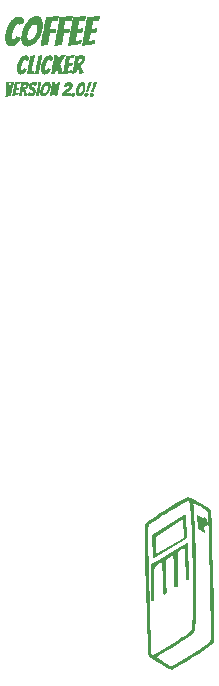
<source format=gbr>
%TF.GenerationSoftware,KiCad,Pcbnew,7.0.7*%
%TF.CreationDate,2024-05-31T07:58:12-05:00*%
%TF.ProjectId,ThinkTankTimerVote,5468696e-6b54-4616-9e6b-54696d657256,rev?*%
%TF.SameCoordinates,Original*%
%TF.FileFunction,Legend,Bot*%
%TF.FilePolarity,Positive*%
%FSLAX46Y46*%
G04 Gerber Fmt 4.6, Leading zero omitted, Abs format (unit mm)*
G04 Created by KiCad (PCBNEW 7.0.7) date 2024-05-31 07:58:12*
%MOMM*%
%LPD*%
G01*
G04 APERTURE LIST*
%ADD10C,0.000000*%
G04 APERTURE END LIST*
D10*
G36*
X188345749Y-70374319D02*
G01*
X188340131Y-70393470D01*
X188329424Y-70432083D01*
X188309250Y-70508812D01*
X188277500Y-70643750D01*
X188251042Y-70768104D01*
X188239508Y-70768331D01*
X188226733Y-70768931D01*
X188197464Y-70770750D01*
X188180969Y-70771721D01*
X188163233Y-70772569D01*
X188144258Y-70773168D01*
X188124042Y-70773396D01*
X188082329Y-70773437D01*
X188040368Y-70773726D01*
X187997911Y-70774512D01*
X187954709Y-70776042D01*
X187933366Y-70776801D01*
X187912954Y-70777158D01*
X187893410Y-70777204D01*
X187874672Y-70777034D01*
X187839367Y-70776414D01*
X187806542Y-70776042D01*
X187740396Y-70776042D01*
X187621334Y-71392521D01*
X187819771Y-71381937D01*
X187896500Y-71379291D01*
X188042021Y-71379291D01*
X188056904Y-71379250D01*
X188063602Y-71379152D01*
X188069803Y-71378961D01*
X188075508Y-71378646D01*
X188080717Y-71378175D01*
X188085429Y-71377519D01*
X188087600Y-71377111D01*
X188089646Y-71376646D01*
X188076418Y-71471895D01*
X188075307Y-71483802D01*
X188073979Y-71495708D01*
X188072465Y-71507614D01*
X188070795Y-71519520D01*
X188067116Y-71543333D01*
X188063188Y-71567145D01*
X188031439Y-71757646D01*
X188027015Y-71758059D01*
X188015895Y-71758968D01*
X188008831Y-71759454D01*
X188001301Y-71759878D01*
X187993710Y-71760178D01*
X187986460Y-71760291D01*
X187920314Y-71760291D01*
X187840939Y-71762937D01*
X187819979Y-71762979D01*
X187800260Y-71763268D01*
X187790632Y-71763583D01*
X187781036Y-71764054D01*
X187771378Y-71764710D01*
X187761565Y-71765583D01*
X187668960Y-71768229D01*
X187644652Y-71768270D01*
X187619352Y-71768560D01*
X187606329Y-71768875D01*
X187593059Y-71769345D01*
X187579540Y-71770002D01*
X187565774Y-71770875D01*
X187449357Y-72403229D01*
X187952066Y-72323854D01*
X187917670Y-72715437D01*
X186815588Y-72885998D01*
X187264146Y-70447958D01*
X188351583Y-70355354D01*
X188345749Y-70374319D01*
G37*
G36*
X186813620Y-73649696D02*
G01*
X186833246Y-73650538D01*
X186852067Y-73651945D01*
X186870081Y-73653923D01*
X186887289Y-73656473D01*
X186903691Y-73659602D01*
X186919287Y-73663311D01*
X186934077Y-73667606D01*
X186948060Y-73672490D01*
X186961238Y-73677968D01*
X186973609Y-73684041D01*
X186985174Y-73690716D01*
X186995933Y-73697995D01*
X187005886Y-73705883D01*
X187015033Y-73714383D01*
X187023373Y-73723500D01*
X187031033Y-73733083D01*
X187038143Y-73742987D01*
X187044709Y-73753225D01*
X187050741Y-73763807D01*
X187056246Y-73774747D01*
X187061232Y-73786054D01*
X187065706Y-73797741D01*
X187069676Y-73809820D01*
X187073150Y-73822302D01*
X187076136Y-73835199D01*
X187078641Y-73848521D01*
X187080673Y-73862282D01*
X187082240Y-73876493D01*
X187083350Y-73891164D01*
X187084010Y-73906309D01*
X187084228Y-73921937D01*
X187084012Y-73936294D01*
X187083365Y-73950597D01*
X187082292Y-73964853D01*
X187080797Y-73979071D01*
X187078883Y-73993257D01*
X187076554Y-74007421D01*
X187073815Y-74021568D01*
X187070668Y-74035708D01*
X187067118Y-74049848D01*
X187063170Y-74063996D01*
X187058826Y-74078159D01*
X187054090Y-74092346D01*
X187048967Y-74106563D01*
X187043460Y-74120819D01*
X187037573Y-74135122D01*
X187031311Y-74149479D01*
X187024708Y-74163773D01*
X187017802Y-74177881D01*
X187010603Y-74191802D01*
X187003116Y-74205538D01*
X186995350Y-74219088D01*
X186987313Y-74232451D01*
X186979013Y-74245629D01*
X186970457Y-74258620D01*
X186961652Y-74271425D01*
X186952608Y-74284045D01*
X186943330Y-74296478D01*
X186933829Y-74308725D01*
X186914181Y-74332662D01*
X186893728Y-74355854D01*
X186871765Y-74378168D01*
X186860671Y-74388934D01*
X186849492Y-74399428D01*
X186838220Y-74409643D01*
X186826848Y-74419571D01*
X186815366Y-74429205D01*
X186803769Y-74438537D01*
X186792047Y-74447558D01*
X186780194Y-74456262D01*
X186768201Y-74464640D01*
X186756061Y-74472684D01*
X186743766Y-74480388D01*
X186731308Y-74487743D01*
X186718680Y-74494741D01*
X186705873Y-74501375D01*
X186726172Y-74546437D01*
X186747215Y-74593979D01*
X186768754Y-74643506D01*
X186790540Y-74694521D01*
X186833866Y-74797047D01*
X186875207Y-74895604D01*
X186920186Y-75006729D01*
X186932050Y-75034510D01*
X186943667Y-75062292D01*
X186954788Y-75090073D01*
X186960084Y-75103963D01*
X186965164Y-75117854D01*
X186621206Y-75236917D01*
X186609754Y-75198139D01*
X186599047Y-75160849D01*
X186578872Y-75088750D01*
X186559360Y-75017643D01*
X186550224Y-74982710D01*
X186541832Y-74948521D01*
X186530380Y-74907345D01*
X186519672Y-74867162D01*
X186499498Y-74789771D01*
X186465102Y-74652187D01*
X186461381Y-74637806D01*
X186458156Y-74624448D01*
X186455428Y-74612143D01*
X186453195Y-74600924D01*
X186451459Y-74590822D01*
X186450218Y-74581866D01*
X186449474Y-74574089D01*
X186449226Y-74567521D01*
X186420122Y-74575458D01*
X186413673Y-74613120D01*
X186406232Y-74654503D01*
X186397798Y-74699358D01*
X186388372Y-74747437D01*
X186378905Y-74797419D01*
X186370182Y-74847649D01*
X186353976Y-74945875D01*
X186314289Y-75178708D01*
X185955022Y-75271166D01*
X186070875Y-74697166D01*
X186098987Y-74535109D01*
X186113663Y-74452344D01*
X186129083Y-74369083D01*
X186139853Y-74310875D01*
X186473040Y-74310875D01*
X186475688Y-74310874D01*
X186480740Y-74310285D01*
X186485971Y-74309505D01*
X186491373Y-74308532D01*
X186496937Y-74307361D01*
X186502656Y-74305988D01*
X186508523Y-74304410D01*
X186514529Y-74302623D01*
X186520667Y-74300622D01*
X186526928Y-74298405D01*
X186533307Y-74295966D01*
X186539793Y-74293303D01*
X186546381Y-74290411D01*
X186553061Y-74287287D01*
X186559827Y-74283926D01*
X186566670Y-74280325D01*
X186573583Y-74276479D01*
X186588461Y-74268412D01*
X186603307Y-74260067D01*
X186618092Y-74251411D01*
X186632783Y-74242414D01*
X186647351Y-74233045D01*
X186661763Y-74223273D01*
X186675990Y-74213067D01*
X186689999Y-74202395D01*
X186697348Y-74196909D01*
X186704515Y-74191368D01*
X186718318Y-74180154D01*
X186731439Y-74168816D01*
X186743908Y-74157416D01*
X186755758Y-74146017D01*
X186767018Y-74134679D01*
X186777720Y-74123465D01*
X186787895Y-74112437D01*
X186792701Y-74106545D01*
X186797197Y-74100774D01*
X186801382Y-74095118D01*
X186805258Y-74089576D01*
X186808824Y-74084141D01*
X186812079Y-74078811D01*
X186815025Y-74073582D01*
X186817661Y-74068450D01*
X186819986Y-74063411D01*
X186822002Y-74058461D01*
X186823707Y-74053597D01*
X186825102Y-74048813D01*
X186826188Y-74044108D01*
X186826963Y-74039475D01*
X186827428Y-74034913D01*
X186827583Y-74030416D01*
X186827529Y-74027711D01*
X186827367Y-74025054D01*
X186827097Y-74022445D01*
X186826720Y-74019885D01*
X186826237Y-74017375D01*
X186825647Y-74014917D01*
X186824952Y-74012512D01*
X186824152Y-74010159D01*
X186823247Y-74007861D01*
X186822238Y-74005618D01*
X186821125Y-74003431D01*
X186819909Y-74001302D01*
X186818590Y-73999230D01*
X186817169Y-73997218D01*
X186815647Y-73995266D01*
X186814023Y-73993375D01*
X186812298Y-73991546D01*
X186810473Y-73989779D01*
X186808549Y-73988077D01*
X186806524Y-73986440D01*
X186804402Y-73984868D01*
X186802180Y-73983364D01*
X186799861Y-73981927D01*
X186797445Y-73980559D01*
X186794931Y-73979261D01*
X186792322Y-73978033D01*
X186789616Y-73976878D01*
X186786815Y-73975795D01*
X186780928Y-73973850D01*
X186774666Y-73972208D01*
X186768092Y-73970316D01*
X186761266Y-73968601D01*
X186754184Y-73967057D01*
X186746843Y-73965676D01*
X186739238Y-73964450D01*
X186731366Y-73963372D01*
X186723222Y-73962432D01*
X186714804Y-73961625D01*
X186697125Y-73960375D01*
X186678300Y-73959558D01*
X186658296Y-73959114D01*
X186637083Y-73958980D01*
X186544477Y-73958980D01*
X186473040Y-74310875D01*
X186139853Y-74310875D01*
X186144504Y-74285739D01*
X186159180Y-74202395D01*
X186187292Y-74035708D01*
X186200231Y-73954225D01*
X186211435Y-73875966D01*
X186221150Y-73800187D01*
X186229624Y-73726145D01*
X186261628Y-73716590D01*
X186294158Y-73707748D01*
X186327247Y-73699589D01*
X186360924Y-73692080D01*
X186395222Y-73685192D01*
X186430171Y-73678892D01*
X186465802Y-73673151D01*
X186502145Y-73667937D01*
X186538851Y-73663343D01*
X186575526Y-73659462D01*
X186612139Y-73656264D01*
X186648659Y-73653716D01*
X186685054Y-73651788D01*
X186721295Y-73650450D01*
X186757349Y-73649670D01*
X186793187Y-73649416D01*
X186813620Y-73649696D01*
G37*
G36*
X181627901Y-75908710D02*
G01*
X181625023Y-75918063D01*
X181622237Y-75927479D01*
X181619576Y-75936894D01*
X181617070Y-75946247D01*
X181614749Y-75955477D01*
X181612646Y-75964520D01*
X181604709Y-75996601D01*
X181600740Y-76013261D01*
X181596771Y-76030666D01*
X181594900Y-76039358D01*
X181593216Y-76047616D01*
X181590156Y-76063078D01*
X181588658Y-76070406D01*
X181587097Y-76077547D01*
X181585413Y-76084565D01*
X181583542Y-76091521D01*
X181337479Y-76091521D01*
X181279271Y-76390500D01*
X181377167Y-76385208D01*
X181509459Y-76385208D01*
X181509399Y-76388184D01*
X181509231Y-76391156D01*
X181508970Y-76394120D01*
X181508632Y-76397072D01*
X181507784Y-76402927D01*
X181506813Y-76408689D01*
X181505841Y-76414327D01*
X181504994Y-76419810D01*
X181504655Y-76422484D01*
X181504394Y-76425107D01*
X181504226Y-76427676D01*
X181504167Y-76430187D01*
X181504136Y-76433134D01*
X181504048Y-76436026D01*
X181503712Y-76441679D01*
X181503190Y-76447209D01*
X181502513Y-76452676D01*
X181501712Y-76458143D01*
X181500818Y-76463673D01*
X181498875Y-76475165D01*
X181483000Y-76567769D01*
X181255459Y-76567769D01*
X181199896Y-76874686D01*
X181443313Y-76834998D01*
X181427438Y-77025498D01*
X180887979Y-77110119D01*
X181104646Y-75935416D01*
X181633813Y-75890437D01*
X181627901Y-75908710D01*
G37*
G36*
X197067143Y-112794370D02*
G01*
X197175623Y-112757329D01*
X197408456Y-112908141D01*
X197456081Y-113426724D01*
X197162394Y-113603995D01*
X197204727Y-114061724D01*
X196614707Y-113720412D01*
X196567082Y-112543016D01*
X197067143Y-112794370D01*
G37*
G36*
X182828499Y-75901273D02*
G01*
X182842710Y-75902053D01*
X182849672Y-75902651D01*
X182856549Y-75903392D01*
X182863349Y-75904280D01*
X182870078Y-75905319D01*
X182876746Y-75906514D01*
X182883359Y-75907867D01*
X182889926Y-75909383D01*
X182896454Y-75911066D01*
X182902951Y-75912919D01*
X182909425Y-75914946D01*
X182915883Y-75917152D01*
X182922333Y-75919540D01*
X182928690Y-75922114D01*
X182934860Y-75924873D01*
X182940844Y-75927819D01*
X182946642Y-75930950D01*
X182952254Y-75934268D01*
X182957680Y-75937772D01*
X182962920Y-75941461D01*
X182967974Y-75945337D01*
X182972842Y-75949399D01*
X182977524Y-75953647D01*
X182982020Y-75958081D01*
X182986329Y-75962700D01*
X182990453Y-75967506D01*
X182994391Y-75972498D01*
X182998143Y-75977676D01*
X183001708Y-75983040D01*
X183005523Y-75988621D01*
X183009036Y-75994445D01*
X183012254Y-76000510D01*
X183015185Y-76006811D01*
X183017838Y-76013345D01*
X183020219Y-76020108D01*
X183022336Y-76027095D01*
X183024198Y-76034303D01*
X183025811Y-76041729D01*
X183027185Y-76049367D01*
X183028325Y-76057215D01*
X183029241Y-76065268D01*
X183029940Y-76073523D01*
X183030430Y-76081975D01*
X183030718Y-76090621D01*
X183030812Y-76099457D01*
X183030812Y-76147082D01*
X183030802Y-76150058D01*
X183030730Y-76153035D01*
X183030651Y-76154523D01*
X183030533Y-76156011D01*
X183030369Y-76157500D01*
X183030151Y-76158988D01*
X183029871Y-76160476D01*
X183029520Y-76161965D01*
X183029093Y-76163453D01*
X183028580Y-76164941D01*
X183027974Y-76166429D01*
X183027267Y-76167918D01*
X183026452Y-76169406D01*
X183025521Y-76170894D01*
X183025490Y-76172383D01*
X183025402Y-76173876D01*
X183025259Y-76175377D01*
X183025066Y-76176889D01*
X183024826Y-76178417D01*
X183024544Y-76179964D01*
X183023867Y-76183131D01*
X183023066Y-76186423D01*
X183022172Y-76189870D01*
X183020229Y-76197353D01*
X182776812Y-76268791D01*
X182777639Y-76265773D01*
X182778487Y-76262512D01*
X182779458Y-76258538D01*
X182780430Y-76254192D01*
X182780877Y-76251986D01*
X182781277Y-76249815D01*
X182781616Y-76247722D01*
X182781877Y-76245748D01*
X182782045Y-76243937D01*
X182782104Y-76242332D01*
X182782104Y-76215874D01*
X182782042Y-76209548D01*
X182781851Y-76203467D01*
X182781529Y-76197625D01*
X182781071Y-76192020D01*
X182780473Y-76186648D01*
X182779732Y-76181504D01*
X182778844Y-76176585D01*
X182777805Y-76171887D01*
X182776610Y-76167406D01*
X182775257Y-76163138D01*
X182773741Y-76159079D01*
X182772058Y-76155226D01*
X182770205Y-76151575D01*
X182768177Y-76148121D01*
X182765971Y-76144860D01*
X182763583Y-76141790D01*
X182761538Y-76138906D01*
X182759372Y-76136209D01*
X182757089Y-76133697D01*
X182754695Y-76131372D01*
X182752192Y-76129233D01*
X182749584Y-76127279D01*
X182746875Y-76125512D01*
X182744070Y-76123931D01*
X182741172Y-76122535D01*
X182738184Y-76121326D01*
X182735111Y-76120303D01*
X182731957Y-76119466D01*
X182728726Y-76118815D01*
X182725420Y-76118350D01*
X182722045Y-76118071D01*
X182718604Y-76117978D01*
X182716588Y-76118040D01*
X182714506Y-76118226D01*
X182712354Y-76118536D01*
X182710129Y-76118970D01*
X182707826Y-76119528D01*
X182705442Y-76120210D01*
X182702972Y-76121016D01*
X182700414Y-76121946D01*
X182697762Y-76123001D01*
X182695014Y-76124179D01*
X182692164Y-76125481D01*
X182689210Y-76126907D01*
X182686148Y-76128458D01*
X182682973Y-76130132D01*
X182679682Y-76131930D01*
X182676271Y-76133852D01*
X182672799Y-76135898D01*
X182669336Y-76138059D01*
X182665888Y-76140329D01*
X182662463Y-76142700D01*
X182659069Y-76145163D01*
X182655714Y-76147712D01*
X182652405Y-76150339D01*
X182649151Y-76153035D01*
X182645959Y-76155793D01*
X182642836Y-76158606D01*
X182639791Y-76161465D01*
X182636831Y-76164363D01*
X182633965Y-76167291D01*
X182631198Y-76170243D01*
X182628541Y-76173211D01*
X182626000Y-76176186D01*
X182623116Y-76179689D01*
X182620419Y-76183250D01*
X182617907Y-76186865D01*
X182615582Y-76190531D01*
X182613442Y-76194243D01*
X182611489Y-76197998D01*
X182609722Y-76201792D01*
X182608140Y-76205621D01*
X182606745Y-76209480D01*
X182605536Y-76213367D01*
X182604513Y-76217277D01*
X182603676Y-76221206D01*
X182603024Y-76225151D01*
X182602559Y-76229108D01*
X182602280Y-76233072D01*
X182602187Y-76237040D01*
X182602373Y-76243893D01*
X182602926Y-76250564D01*
X182603844Y-76257056D01*
X182605123Y-76263374D01*
X182606757Y-76269522D01*
X182608745Y-76275503D01*
X182611081Y-76281321D01*
X182613763Y-76286980D01*
X182616785Y-76292484D01*
X182620145Y-76297837D01*
X182623838Y-76303043D01*
X182627860Y-76308105D01*
X182632208Y-76313028D01*
X182636878Y-76317815D01*
X182641865Y-76322471D01*
X182647166Y-76326998D01*
X182659202Y-76335928D01*
X182671516Y-76344858D01*
X182684141Y-76353787D01*
X182697107Y-76362717D01*
X182710444Y-76371647D01*
X182724185Y-76380577D01*
X182738360Y-76389506D01*
X182752999Y-76398436D01*
X182756503Y-76400513D01*
X182760069Y-76402772D01*
X182763697Y-76405209D01*
X182767386Y-76407821D01*
X182771138Y-76410603D01*
X182774952Y-76413552D01*
X182778827Y-76416663D01*
X182782765Y-76419934D01*
X182790827Y-76426936D01*
X182799136Y-76434527D01*
X182807694Y-76442676D01*
X182816499Y-76451353D01*
X182820933Y-76455911D01*
X182825300Y-76460659D01*
X182829598Y-76465602D01*
X182833822Y-76470741D01*
X182837968Y-76476083D01*
X182842033Y-76481630D01*
X182846013Y-76487386D01*
X182849903Y-76493355D01*
X182853701Y-76499541D01*
X182857402Y-76505948D01*
X182861002Y-76512580D01*
X182864497Y-76519441D01*
X182867884Y-76526534D01*
X182871158Y-76533864D01*
X182874316Y-76541434D01*
X182877354Y-76549248D01*
X182880703Y-76556844D01*
X182883808Y-76564746D01*
X182886673Y-76572950D01*
X182889301Y-76581453D01*
X182891697Y-76590250D01*
X182893864Y-76599338D01*
X182895807Y-76608713D01*
X182897528Y-76618371D01*
X182899033Y-76628307D01*
X182900324Y-76638519D01*
X182901406Y-76649002D01*
X182902282Y-76659753D01*
X182902957Y-76670767D01*
X182903435Y-76682041D01*
X182903718Y-76693571D01*
X182903812Y-76705352D01*
X182903565Y-76720637D01*
X182902825Y-76735728D01*
X182901597Y-76750617D01*
X182899885Y-76765297D01*
X182897692Y-76779760D01*
X182895022Y-76793998D01*
X182891879Y-76808004D01*
X182888268Y-76821769D01*
X182884191Y-76835286D01*
X182879653Y-76848548D01*
X182874658Y-76861546D01*
X182869210Y-76874272D01*
X182863311Y-76886720D01*
X182856968Y-76898880D01*
X182850182Y-76910746D01*
X182842958Y-76922310D01*
X182835331Y-76934031D01*
X182827336Y-76945384D01*
X182818977Y-76956372D01*
X182810257Y-76967000D01*
X182801181Y-76977272D01*
X182791752Y-76987190D01*
X182781974Y-76996760D01*
X182771851Y-77005985D01*
X182761387Y-77014869D01*
X182750586Y-77023415D01*
X182739452Y-77031629D01*
X182727988Y-77039513D01*
X182716199Y-77047071D01*
X182704088Y-77054308D01*
X182691659Y-77061227D01*
X182678916Y-77067831D01*
X182665925Y-77074094D01*
X182652747Y-77079981D01*
X182639384Y-77085487D01*
X182625834Y-77090611D01*
X182612098Y-77095346D01*
X182598177Y-77099690D01*
X182584069Y-77103639D01*
X182569775Y-77107188D01*
X182555296Y-77110335D01*
X182540630Y-77113074D01*
X182525778Y-77115403D01*
X182510740Y-77117317D01*
X182495516Y-77118812D01*
X182480106Y-77119885D01*
X182464510Y-77120532D01*
X182448728Y-77120748D01*
X182456667Y-77126041D01*
X182448234Y-77125887D01*
X182439800Y-77125426D01*
X182431366Y-77124663D01*
X182422933Y-77123602D01*
X182414499Y-77122246D01*
X182406066Y-77120600D01*
X182397632Y-77118666D01*
X182389198Y-77116450D01*
X182380765Y-77113955D01*
X182372331Y-77111184D01*
X182363898Y-77108142D01*
X182355464Y-77104833D01*
X182347030Y-77101260D01*
X182338597Y-77097428D01*
X182330163Y-77093340D01*
X182321729Y-77088999D01*
X182313326Y-77084379D01*
X182304981Y-77079444D01*
X182296690Y-77074192D01*
X182288450Y-77068618D01*
X182280256Y-77062719D01*
X182272105Y-77056490D01*
X182263992Y-77049928D01*
X182255914Y-77043028D01*
X182247868Y-77035788D01*
X182239848Y-77028202D01*
X182231852Y-77020268D01*
X182223875Y-77011981D01*
X182215914Y-77003337D01*
X182207964Y-76994333D01*
X182200022Y-76984965D01*
X182192084Y-76975229D01*
X182316438Y-76731812D01*
X182321538Y-76739745D01*
X182324211Y-76743701D01*
X182326980Y-76747646D01*
X182329857Y-76751576D01*
X182332855Y-76755486D01*
X182335985Y-76759372D01*
X182339258Y-76763232D01*
X182342686Y-76767060D01*
X182346281Y-76770854D01*
X182350054Y-76774609D01*
X182354017Y-76778321D01*
X182358181Y-76781987D01*
X182362559Y-76785603D01*
X182367161Y-76789164D01*
X182372000Y-76792667D01*
X182381049Y-76799483D01*
X182390314Y-76806020D01*
X182399766Y-76812247D01*
X182409373Y-76818133D01*
X182419103Y-76823647D01*
X182424005Y-76826254D01*
X182428927Y-76828757D01*
X182433864Y-76831152D01*
X182438813Y-76833434D01*
X182443769Y-76835600D01*
X182448729Y-76837645D01*
X182458522Y-76841366D01*
X182468036Y-76844590D01*
X182477239Y-76847319D01*
X182486102Y-76849552D01*
X182490396Y-76850482D01*
X182494592Y-76851288D01*
X182498688Y-76851970D01*
X182502680Y-76852528D01*
X182506562Y-76852963D01*
X182510333Y-76853273D01*
X182513987Y-76853459D01*
X182517521Y-76853521D01*
X182522948Y-76853427D01*
X182528316Y-76853144D01*
X182533631Y-76852666D01*
X182538894Y-76851991D01*
X182544112Y-76851115D01*
X182549287Y-76850033D01*
X182554423Y-76848741D01*
X182559524Y-76847237D01*
X182564594Y-76845516D01*
X182569637Y-76843573D01*
X182574656Y-76841406D01*
X182579657Y-76839010D01*
X182584642Y-76836382D01*
X182589615Y-76833517D01*
X182594580Y-76830412D01*
X182599542Y-76827063D01*
X182604348Y-76823528D01*
X182608844Y-76819870D01*
X182613029Y-76816087D01*
X182616905Y-76812180D01*
X182620471Y-76808149D01*
X182623726Y-76803994D01*
X182626672Y-76799716D01*
X182629308Y-76795313D01*
X182631633Y-76790786D01*
X182633648Y-76786135D01*
X182635354Y-76781360D01*
X182636749Y-76776461D01*
X182637834Y-76771438D01*
X182638609Y-76766291D01*
X182639074Y-76761020D01*
X182639229Y-76755625D01*
X182639013Y-76748245D01*
X182638366Y-76740985D01*
X182637294Y-76733841D01*
X182635798Y-76726810D01*
X182633884Y-76719887D01*
X182631556Y-76713069D01*
X182628816Y-76706352D01*
X182625670Y-76699732D01*
X182622120Y-76693204D01*
X182618171Y-76686766D01*
X182613827Y-76680413D01*
X182609092Y-76674141D01*
X182603969Y-76667947D01*
X182598462Y-76661827D01*
X182592575Y-76655776D01*
X182586312Y-76649791D01*
X182573052Y-76637885D01*
X182559110Y-76625979D01*
X182544548Y-76614072D01*
X182529427Y-76602166D01*
X182513810Y-76590260D01*
X182497760Y-76578354D01*
X182481337Y-76566447D01*
X182464604Y-76554541D01*
X182448745Y-76542506D01*
X182432978Y-76530191D01*
X182417398Y-76517567D01*
X182402097Y-76504601D01*
X182387167Y-76491263D01*
X182372703Y-76477522D01*
X182365674Y-76470491D01*
X182358797Y-76463347D01*
X182352082Y-76456087D01*
X182345542Y-76448707D01*
X182338813Y-76441203D01*
X182332519Y-76433571D01*
X182326659Y-76425807D01*
X182321233Y-76417908D01*
X182316241Y-76409869D01*
X182311683Y-76401687D01*
X182307559Y-76393357D01*
X182303870Y-76384877D01*
X182300614Y-76376241D01*
X182297793Y-76367446D01*
X182295405Y-76358489D01*
X182293452Y-76349365D01*
X182291933Y-76340070D01*
X182290847Y-76330601D01*
X182290196Y-76320954D01*
X182289979Y-76311124D01*
X182290166Y-76300272D01*
X182290728Y-76289539D01*
X182291671Y-76278923D01*
X182292997Y-76268419D01*
X182294711Y-76258023D01*
X182296816Y-76247733D01*
X182299316Y-76237543D01*
X182302216Y-76227450D01*
X182305519Y-76217450D01*
X182309229Y-76207539D01*
X182313349Y-76197713D01*
X182317884Y-76187969D01*
X182322838Y-76178302D01*
X182328215Y-76168709D01*
X182334017Y-76159186D01*
X182340250Y-76149728D01*
X182346793Y-76140395D01*
X182353526Y-76131244D01*
X182360453Y-76122271D01*
X182367577Y-76113472D01*
X182374903Y-76104844D01*
X182382434Y-76096382D01*
X182390174Y-76088084D01*
X182398128Y-76079944D01*
X182406299Y-76071959D01*
X182414690Y-76064126D01*
X182423307Y-76056440D01*
X182432152Y-76048897D01*
X182441229Y-76041493D01*
X182450543Y-76034226D01*
X182460098Y-76027090D01*
X182469896Y-76020082D01*
X182489983Y-76006563D01*
X182510534Y-75993789D01*
X182531520Y-75981759D01*
X182552909Y-75970473D01*
X182574670Y-75959931D01*
X182596772Y-75950133D01*
X182619184Y-75941079D01*
X182641875Y-75932770D01*
X182664566Y-75925328D01*
X182686978Y-75918879D01*
X182709080Y-75913422D01*
X182730841Y-75908957D01*
X182752230Y-75905484D01*
X182773216Y-75903004D01*
X182783548Y-75902136D01*
X182793768Y-75901516D01*
X182803871Y-75901144D01*
X182813854Y-75901020D01*
X182828499Y-75901273D01*
G37*
G36*
X185639604Y-72892708D02*
G01*
X185631669Y-72887417D01*
X185640839Y-72885998D01*
X185639604Y-72892708D01*
G37*
G36*
X180885042Y-77126041D02*
G01*
X180887688Y-77110165D01*
X180887979Y-77110119D01*
X180885042Y-77126041D01*
G37*
G36*
X187170999Y-70374319D02*
G01*
X187165382Y-70393470D01*
X187154675Y-70432083D01*
X187134500Y-70508812D01*
X187102750Y-70643750D01*
X187076293Y-70768104D01*
X187064758Y-70768331D01*
X187051984Y-70768931D01*
X187022714Y-70770750D01*
X187006219Y-70771721D01*
X186988484Y-70772569D01*
X186969509Y-70773168D01*
X186949293Y-70773396D01*
X186907580Y-70773437D01*
X186865619Y-70773726D01*
X186823161Y-70774512D01*
X186779959Y-70776042D01*
X186758617Y-70776801D01*
X186738205Y-70777158D01*
X186718661Y-70777204D01*
X186699923Y-70777034D01*
X186664618Y-70776414D01*
X186631793Y-70776042D01*
X186565647Y-70776042D01*
X186446584Y-71392521D01*
X186645021Y-71381937D01*
X186721751Y-71379291D01*
X186867271Y-71379291D01*
X186882154Y-71379250D01*
X186888852Y-71379152D01*
X186895053Y-71378961D01*
X186900758Y-71378646D01*
X186905967Y-71378175D01*
X186910680Y-71377519D01*
X186912850Y-71377111D01*
X186914897Y-71376646D01*
X186901667Y-71471895D01*
X186900557Y-71483802D01*
X186899229Y-71495708D01*
X186897715Y-71507614D01*
X186896046Y-71519520D01*
X186892366Y-71543333D01*
X186888439Y-71567145D01*
X186856689Y-71757646D01*
X186852266Y-71758059D01*
X186841145Y-71758968D01*
X186834081Y-71759454D01*
X186826552Y-71759878D01*
X186818960Y-71760178D01*
X186811710Y-71760291D01*
X186745564Y-71760291D01*
X186666190Y-71762937D01*
X186645230Y-71762979D01*
X186625510Y-71763268D01*
X186615883Y-71763583D01*
X186606286Y-71764054D01*
X186596628Y-71764710D01*
X186586815Y-71765583D01*
X186494211Y-71768229D01*
X186469902Y-71768270D01*
X186444602Y-71768560D01*
X186431579Y-71768875D01*
X186418309Y-71769345D01*
X186404791Y-71770002D01*
X186391024Y-71770875D01*
X186274607Y-72403229D01*
X186777315Y-72323854D01*
X186742919Y-72715437D01*
X185640839Y-72885998D01*
X186089396Y-70447958D01*
X187176834Y-70355354D01*
X187170999Y-70374319D01*
G37*
G36*
X184785001Y-70783979D02*
G01*
X184245251Y-70783979D01*
X184139418Y-71395166D01*
X184245251Y-71392520D01*
X184575980Y-71392520D01*
X184591359Y-71392479D01*
X184598676Y-71392381D01*
X184605746Y-71392190D01*
X184612567Y-71391874D01*
X184619140Y-71391404D01*
X184625465Y-71390748D01*
X184631542Y-71389875D01*
X184631305Y-71401781D01*
X184630633Y-71413687D01*
X184629589Y-71425593D01*
X184628235Y-71437500D01*
X184626633Y-71449406D01*
X184624845Y-71461312D01*
X184620959Y-71485125D01*
X184607730Y-71580374D01*
X184575979Y-71765583D01*
X184536251Y-71765500D01*
X184488336Y-71764921D01*
X184461232Y-71764291D01*
X184431988Y-71763350D01*
X184400574Y-71762038D01*
X184366958Y-71760291D01*
X184078562Y-71752353D01*
X183919812Y-72765707D01*
X183803396Y-72786874D01*
X183746180Y-72798780D01*
X183686979Y-72810687D01*
X183662805Y-72814893D01*
X183637948Y-72819534D01*
X183586437Y-72829869D01*
X183477958Y-72853020D01*
X183422395Y-72864885D01*
X183370802Y-72876502D01*
X183279520Y-72897999D01*
X183282167Y-72892708D01*
X183305938Y-72806842D01*
X183329461Y-72715768D01*
X183341052Y-72668200D01*
X183352488Y-72619236D01*
X183363738Y-72568847D01*
X183374771Y-72517000D01*
X183418097Y-72303349D01*
X183439139Y-72194787D01*
X183459438Y-72085729D01*
X183533521Y-71675625D01*
X183565271Y-71502653D01*
X183578169Y-71428942D01*
X183589083Y-71363416D01*
X183608472Y-71247868D01*
X183627117Y-71131575D01*
X183663167Y-70897749D01*
X183734605Y-70418854D01*
X184885542Y-70360645D01*
X184785001Y-70783979D01*
G37*
G36*
X185398833Y-73749958D02*
G01*
X185298292Y-73887542D01*
X185244714Y-73961625D01*
X185216436Y-74001395D01*
X185187167Y-74043646D01*
X185157484Y-74085276D01*
X185128297Y-74126659D01*
X185100102Y-74167545D01*
X185086532Y-74187725D01*
X185073396Y-74207688D01*
X185059872Y-74227273D01*
X185047062Y-74246301D01*
X185023456Y-74282433D01*
X184983438Y-74345271D01*
X184995799Y-74400792D01*
X185008904Y-74456066D01*
X185022505Y-74510843D01*
X185036355Y-74564876D01*
X185050700Y-74618454D01*
X185065789Y-74672032D01*
X185097209Y-74779188D01*
X185130281Y-74884029D01*
X185147066Y-74937318D01*
X185163355Y-74990854D01*
X185179684Y-75044432D01*
X185196758Y-75098010D01*
X185232146Y-75205167D01*
X185206349Y-75205125D01*
X185180552Y-75204836D01*
X185167654Y-75204521D01*
X185154756Y-75204051D01*
X185141857Y-75203394D01*
X185128959Y-75202521D01*
X185115952Y-75201761D01*
X185102790Y-75201405D01*
X185089566Y-75201358D01*
X185076373Y-75201529D01*
X185050452Y-75202149D01*
X185037910Y-75202412D01*
X185025771Y-75202521D01*
X184901417Y-75202521D01*
X184871197Y-75202562D01*
X184840233Y-75202852D01*
X184808772Y-75203637D01*
X184792933Y-75204293D01*
X184777064Y-75205167D01*
X184772640Y-75168993D01*
X184767472Y-75132076D01*
X184761809Y-75094662D01*
X184755897Y-75057000D01*
X184749985Y-75018842D01*
X184744321Y-74979940D01*
X184739154Y-74940542D01*
X184736833Y-74920735D01*
X184734730Y-74900896D01*
X184723155Y-74823175D01*
X184717987Y-74785182D01*
X184715667Y-74766294D01*
X184713564Y-74747437D01*
X184707652Y-74709776D01*
X184701988Y-74672362D01*
X184696820Y-74635445D01*
X184692397Y-74599271D01*
X184652710Y-74646896D01*
X184648736Y-74663386D01*
X184644731Y-74681085D01*
X184636504Y-74719987D01*
X184618314Y-74810938D01*
X184616216Y-74822849D01*
X184613932Y-74834792D01*
X184609054Y-74858894D01*
X184604175Y-74883492D01*
X184601891Y-74896054D01*
X184599793Y-74908834D01*
X184596935Y-74920735D01*
X184594295Y-74932605D01*
X184591840Y-74944413D01*
X184589540Y-74956128D01*
X184581272Y-75001438D01*
X184579169Y-75014455D01*
X184576849Y-75027690D01*
X184571681Y-75054686D01*
X184566017Y-75082178D01*
X184560105Y-75109918D01*
X184554194Y-75137699D01*
X184548530Y-75165480D01*
X184545869Y-75179371D01*
X184543363Y-75193261D01*
X184541042Y-75207152D01*
X184538939Y-75221043D01*
X184179105Y-75273959D01*
X184179104Y-75273958D01*
X184211846Y-75119507D01*
X184227845Y-75042902D01*
X184242604Y-74967041D01*
X184273031Y-74816890D01*
X184287997Y-74743055D01*
X184303458Y-74670708D01*
X184349429Y-74407778D01*
X184393417Y-74146833D01*
X184413756Y-74019296D01*
X184431120Y-73894487D01*
X184445506Y-73772158D01*
X184451584Y-73711846D01*
X184456917Y-73652062D01*
X184573333Y-73659999D01*
X184581265Y-73660118D01*
X184589167Y-73660454D01*
X184597006Y-73660976D01*
X184604752Y-73661653D01*
X184612375Y-73662454D01*
X184619842Y-73663348D01*
X184634187Y-73665291D01*
X184642006Y-73665410D01*
X184649607Y-73665746D01*
X184657023Y-73666268D01*
X184664283Y-73666945D01*
X184671420Y-73667746D01*
X184678463Y-73668640D01*
X184692395Y-73670583D01*
X184708684Y-73670625D01*
X184717045Y-73670723D01*
X184725468Y-73670914D01*
X184733892Y-73671229D01*
X184742253Y-73671699D01*
X184750490Y-73672355D01*
X184758541Y-73673229D01*
X184824687Y-73673229D01*
X184823576Y-73677818D01*
X184822248Y-73683647D01*
X184820734Y-73690716D01*
X184819065Y-73699026D01*
X184817271Y-73708576D01*
X184815385Y-73719366D01*
X184813437Y-73731396D01*
X184811458Y-73744667D01*
X184809355Y-73757684D01*
X184807035Y-73770918D01*
X184801867Y-73797914D01*
X184796203Y-73825406D01*
X184790291Y-73853146D01*
X184788312Y-73866421D01*
X184786364Y-73878488D01*
X184782684Y-73899117D01*
X184777063Y-73927229D01*
X184737375Y-74146833D01*
X184750604Y-74146833D01*
X184783801Y-74093710D01*
X184819727Y-74037362D01*
X184898771Y-73914000D01*
X185057521Y-73662646D01*
X185113083Y-73658222D01*
X185168646Y-73653055D01*
X185279771Y-73641479D01*
X185335333Y-73635443D01*
X185390896Y-73628911D01*
X185418677Y-73625304D01*
X185446458Y-73621387D01*
X185474239Y-73617098D01*
X185502021Y-73612375D01*
X185398833Y-73749958D01*
G37*
G36*
X186194025Y-73645567D02*
G01*
X186190392Y-73657809D01*
X186186945Y-73670237D01*
X186183654Y-73682820D01*
X186177411Y-73708328D01*
X186171417Y-73734083D01*
X186150250Y-73821395D01*
X186147398Y-73832299D01*
X186144793Y-73843141D01*
X186142437Y-73853858D01*
X186140328Y-73864390D01*
X186138468Y-73874674D01*
X186136856Y-73884647D01*
X186135491Y-73894249D01*
X186134375Y-73903416D01*
X186118583Y-73903457D01*
X186099318Y-73903747D01*
X186088538Y-73904062D01*
X186077076Y-73904532D01*
X186064994Y-73905189D01*
X186052355Y-73906062D01*
X186039337Y-73906822D01*
X186026103Y-73907178D01*
X186012683Y-73907225D01*
X185999107Y-73907054D01*
X185971615Y-73906434D01*
X185957761Y-73906171D01*
X185943875Y-73906062D01*
X185806292Y-73906062D01*
X185729562Y-74302937D01*
X185859208Y-74297645D01*
X186036480Y-74297645D01*
X186028542Y-74358499D01*
X186028482Y-74362438D01*
X186028310Y-74366323D01*
X186028036Y-74370161D01*
X186027674Y-74373961D01*
X186026728Y-74381474D01*
X186025565Y-74388926D01*
X186022961Y-74403892D01*
X186021705Y-74411530D01*
X186020604Y-74419353D01*
X185999438Y-74541061D01*
X185700458Y-74541061D01*
X185623729Y-74948519D01*
X185949166Y-74898249D01*
X185927999Y-75152248D01*
X185210978Y-75263373D01*
X185205688Y-75273958D01*
X185496730Y-73694396D01*
X186197875Y-73633542D01*
X186194025Y-73645567D01*
G37*
G36*
X187635728Y-76835186D02*
G01*
X187647160Y-76835739D01*
X187658267Y-76836657D01*
X187669040Y-76837936D01*
X187679472Y-76839571D01*
X187689556Y-76841558D01*
X187699283Y-76843895D01*
X187708645Y-76846576D01*
X187717635Y-76849599D01*
X187726246Y-76852958D01*
X187734469Y-76856651D01*
X187742296Y-76860674D01*
X187749721Y-76865022D01*
X187756735Y-76869691D01*
X187763330Y-76874678D01*
X187769499Y-76879980D01*
X187775266Y-76885964D01*
X187780661Y-76892015D01*
X187785684Y-76898135D01*
X187790334Y-76904329D01*
X187794613Y-76910601D01*
X187798520Y-76916954D01*
X187802055Y-76923392D01*
X187805217Y-76929920D01*
X187808008Y-76936540D01*
X187810427Y-76943257D01*
X187812473Y-76950076D01*
X187814147Y-76956998D01*
X187815450Y-76964030D01*
X187816380Y-76971173D01*
X187816938Y-76978433D01*
X187817124Y-76985814D01*
X187816907Y-76994185D01*
X187816256Y-77002432D01*
X187815171Y-77010556D01*
X187813651Y-77018555D01*
X187811698Y-77026431D01*
X187809310Y-77034182D01*
X187806489Y-77041810D01*
X187803233Y-77049313D01*
X187799543Y-77056692D01*
X187795420Y-77063948D01*
X187790862Y-77071079D01*
X187785870Y-77078087D01*
X187780444Y-77084970D01*
X187774584Y-77091729D01*
X187768289Y-77098365D01*
X187761561Y-77104876D01*
X187754430Y-77111139D01*
X187746927Y-77117025D01*
X187739051Y-77122532D01*
X187730804Y-77127655D01*
X187722184Y-77132391D01*
X187713192Y-77136735D01*
X187703829Y-77140683D01*
X187694093Y-77144233D01*
X187683985Y-77147379D01*
X187673505Y-77150119D01*
X187662653Y-77152447D01*
X187651429Y-77154361D01*
X187639832Y-77155857D01*
X187627864Y-77156930D01*
X187615524Y-77157576D01*
X187602812Y-77157793D01*
X187602812Y-77160437D01*
X187596456Y-77160344D01*
X187590281Y-77160065D01*
X187584285Y-77159600D01*
X187578463Y-77158949D01*
X187572811Y-77158112D01*
X187567327Y-77157088D01*
X187562005Y-77155879D01*
X187556841Y-77154484D01*
X187551833Y-77152903D01*
X187546976Y-77151135D01*
X187542267Y-77149182D01*
X187537700Y-77147043D01*
X187533274Y-77144717D01*
X187528982Y-77142206D01*
X187524823Y-77139508D01*
X187520792Y-77136625D01*
X187516885Y-77133587D01*
X187513102Y-77130429D01*
X187509444Y-77127154D01*
X187505909Y-77123767D01*
X187502498Y-77120272D01*
X187499212Y-77116672D01*
X187496049Y-77112972D01*
X187493010Y-77109174D01*
X187490096Y-77105283D01*
X187487305Y-77101304D01*
X187484639Y-77097239D01*
X187482096Y-77093093D01*
X187479678Y-77088869D01*
X187477383Y-77084571D01*
X187475213Y-77080204D01*
X187473166Y-77075771D01*
X187471244Y-77071305D01*
X187469446Y-77066836D01*
X187467771Y-77062359D01*
X187466221Y-77057870D01*
X187464795Y-77053365D01*
X187463493Y-77048842D01*
X187462314Y-77044295D01*
X187461260Y-77039721D01*
X187460330Y-77035116D01*
X187459524Y-77030476D01*
X187458842Y-77025797D01*
X187458284Y-77021076D01*
X187457849Y-77016308D01*
X187457539Y-77011490D01*
X187457353Y-77006618D01*
X187457291Y-77001687D01*
X187457477Y-76993346D01*
X187458030Y-76985182D01*
X187458948Y-76977189D01*
X187460227Y-76969359D01*
X187461861Y-76961684D01*
X187463849Y-76954156D01*
X187466185Y-76946767D01*
X187468867Y-76939511D01*
X187471889Y-76932378D01*
X187475249Y-76925362D01*
X187478942Y-76918454D01*
X187482964Y-76911647D01*
X187487312Y-76904933D01*
X187491982Y-76898304D01*
X187496969Y-76891753D01*
X187502270Y-76885272D01*
X187507881Y-76879475D01*
X187513794Y-76873996D01*
X187520002Y-76868842D01*
X187526496Y-76864022D01*
X187533270Y-76859543D01*
X187540314Y-76855413D01*
X187547623Y-76851639D01*
X187555187Y-76848230D01*
X187562999Y-76845193D01*
X187571051Y-76842535D01*
X187579336Y-76840265D01*
X187587846Y-76838391D01*
X187596573Y-76836919D01*
X187605509Y-76835858D01*
X187614647Y-76835216D01*
X187623978Y-76835000D01*
X187635728Y-76835186D01*
G37*
G36*
X195716856Y-114897526D02*
G01*
X195722534Y-114897927D01*
X195728165Y-114898692D01*
X195733727Y-114899834D01*
X195739195Y-114901363D01*
X195744548Y-114903291D01*
X195749761Y-114905630D01*
X195754811Y-114908391D01*
X195759676Y-114911055D01*
X195764340Y-114914071D01*
X195768787Y-114917420D01*
X195773001Y-114921083D01*
X195776967Y-114925041D01*
X195780670Y-114929274D01*
X195784093Y-114933763D01*
X195787222Y-114938488D01*
X195790041Y-114943430D01*
X195792535Y-114948570D01*
X195794687Y-114953888D01*
X195796483Y-114959365D01*
X195797906Y-114964982D01*
X195798942Y-114970719D01*
X195799576Y-114976556D01*
X195799790Y-114982475D01*
X195873873Y-117972266D01*
X195874278Y-117975708D01*
X195874504Y-117979087D01*
X195874559Y-117982405D01*
X195874452Y-117985661D01*
X195874190Y-117988854D01*
X195873780Y-117991986D01*
X195873231Y-117995055D01*
X195872550Y-117998063D01*
X195871745Y-118001009D01*
X195870824Y-118003892D01*
X195869795Y-118006714D01*
X195868664Y-118009473D01*
X195867441Y-118012171D01*
X195866132Y-118014806D01*
X195864746Y-118017380D01*
X195863290Y-118019891D01*
X195861213Y-118023331D01*
X195858954Y-118026697D01*
X195856517Y-118029978D01*
X195853905Y-118033162D01*
X195851123Y-118036237D01*
X195848174Y-118039192D01*
X195845063Y-118042016D01*
X195841792Y-118044696D01*
X195838367Y-118047221D01*
X195834790Y-118049579D01*
X195831066Y-118051759D01*
X195827199Y-118053749D01*
X195823192Y-118055538D01*
X195819049Y-118057114D01*
X195814775Y-118058464D01*
X195810373Y-118059579D01*
X195717769Y-118083391D01*
X195712779Y-118084259D01*
X195707743Y-118084879D01*
X195702677Y-118085251D01*
X195697594Y-118085376D01*
X195692512Y-118085251D01*
X195687445Y-118084879D01*
X195682409Y-118084259D01*
X195677420Y-118083391D01*
X195672492Y-118082275D01*
X195667642Y-118080911D01*
X195662886Y-118079298D01*
X195658237Y-118077438D01*
X195653713Y-118075330D01*
X195649328Y-118072973D01*
X195645099Y-118070369D01*
X195641039Y-118067516D01*
X195637165Y-118064418D01*
X195633484Y-118061088D01*
X195630005Y-118057540D01*
X195626735Y-118053791D01*
X195623683Y-118049856D01*
X195620855Y-118045750D01*
X195618259Y-118041489D01*
X195615904Y-118037089D01*
X195613797Y-118032565D01*
X195611946Y-118027932D01*
X195610358Y-118023206D01*
X195609041Y-118018403D01*
X195608004Y-118013538D01*
X195607254Y-118008626D01*
X195606797Y-118003683D01*
X195606644Y-117998725D01*
X195586717Y-117134323D01*
X195572692Y-116717175D01*
X195556373Y-116328212D01*
X195538069Y-115981044D01*
X195518091Y-115689284D01*
X195496749Y-115466543D01*
X195485663Y-115385309D01*
X195474352Y-115326433D01*
X195447098Y-115337700D01*
X195415436Y-115354188D01*
X195380108Y-115375226D01*
X195341854Y-115400144D01*
X195301414Y-115428271D01*
X195259528Y-115458936D01*
X195216937Y-115491470D01*
X195174381Y-115525201D01*
X195132600Y-115559459D01*
X195092334Y-115593574D01*
X195054324Y-115626875D01*
X195019310Y-115658692D01*
X194988032Y-115688353D01*
X194961231Y-115715189D01*
X194939647Y-115738530D01*
X194924019Y-115757704D01*
X194918159Y-115888905D01*
X194917818Y-116129650D01*
X194929972Y-116844149D01*
X194979581Y-118535829D01*
X194979737Y-118539789D01*
X194979710Y-118543728D01*
X194979504Y-118547641D01*
X194979122Y-118551523D01*
X194978567Y-118555368D01*
X194977843Y-118559170D01*
X194976954Y-118562925D01*
X194975902Y-118566628D01*
X194974692Y-118570272D01*
X194973325Y-118573853D01*
X194971807Y-118577364D01*
X194970140Y-118580802D01*
X194968328Y-118584161D01*
X194966374Y-118587434D01*
X194964281Y-118590618D01*
X194962053Y-118593706D01*
X194959693Y-118596693D01*
X194957205Y-118599574D01*
X194954592Y-118602344D01*
X194951857Y-118604997D01*
X194949004Y-118607528D01*
X194946036Y-118609932D01*
X194942957Y-118612202D01*
X194939770Y-118614335D01*
X194936478Y-118616324D01*
X194933085Y-118618165D01*
X194929594Y-118619852D01*
X194926009Y-118621379D01*
X194922332Y-118622741D01*
X194918568Y-118623934D01*
X194914719Y-118624951D01*
X194910790Y-118625787D01*
X194730873Y-118662829D01*
X194725913Y-118663667D01*
X194720961Y-118664203D01*
X194716025Y-118664445D01*
X194711112Y-118664399D01*
X194706230Y-118664075D01*
X194701387Y-118663479D01*
X194696590Y-118662620D01*
X194691847Y-118661505D01*
X194687166Y-118660142D01*
X194682556Y-118658539D01*
X194678022Y-118656703D01*
X194673574Y-118654643D01*
X194669219Y-118652365D01*
X194664965Y-118649878D01*
X194660819Y-118647190D01*
X194656790Y-118644307D01*
X194653381Y-118640773D01*
X194650108Y-118637119D01*
X194646982Y-118633349D01*
X194644015Y-118629466D01*
X194641219Y-118625475D01*
X194638605Y-118621379D01*
X194636185Y-118617182D01*
X194633970Y-118612888D01*
X194631972Y-118608502D01*
X194630202Y-118604026D01*
X194628673Y-118599465D01*
X194627396Y-118594822D01*
X194626383Y-118590102D01*
X194625644Y-118585309D01*
X194625193Y-118580445D01*
X194625040Y-118575516D01*
X194621566Y-118353266D01*
X194802311Y-118353266D01*
X194802311Y-118467037D01*
X194804956Y-118467037D01*
X194804843Y-118455637D01*
X194804543Y-118443307D01*
X194803634Y-118416104D01*
X194802724Y-118385925D01*
X194802424Y-118369875D01*
X194802311Y-118353266D01*
X194621566Y-118353266D01*
X194613299Y-117824347D01*
X194594613Y-117029026D01*
X194569973Y-116346815D01*
X194555731Y-116097269D01*
X194540373Y-115934974D01*
X194512086Y-115947415D01*
X194479276Y-115964549D01*
X194442629Y-115985861D01*
X194402831Y-116010836D01*
X194360568Y-116038957D01*
X194316526Y-116069711D01*
X194271391Y-116102580D01*
X194225850Y-116137050D01*
X194180587Y-116172606D01*
X194136289Y-116208731D01*
X194093643Y-116244910D01*
X194053333Y-116280628D01*
X194016047Y-116315369D01*
X193982469Y-116348619D01*
X193953287Y-116379860D01*
X193929186Y-116408579D01*
X193917541Y-116450203D01*
X193908334Y-116518210D01*
X193896816Y-116725541D01*
X193893793Y-117014914D01*
X193898428Y-117370670D01*
X193927325Y-118218701D01*
X193976811Y-119144370D01*
X193977005Y-119147339D01*
X193977092Y-119150291D01*
X193977073Y-119153224D01*
X193976950Y-119156137D01*
X193976725Y-119159029D01*
X193976398Y-119161898D01*
X193975971Y-119164743D01*
X193975446Y-119167563D01*
X193974825Y-119170355D01*
X193974107Y-119173118D01*
X193973296Y-119175852D01*
X193972392Y-119178554D01*
X193971398Y-119181223D01*
X193970313Y-119183858D01*
X193967881Y-119189019D01*
X193965108Y-119194024D01*
X193962005Y-119198863D01*
X193958585Y-119203523D01*
X193954859Y-119207994D01*
X193950838Y-119212263D01*
X193946534Y-119216319D01*
X193941958Y-119220150D01*
X193937123Y-119223745D01*
X193833936Y-119289891D01*
X193828885Y-119293177D01*
X193823668Y-119296087D01*
X193818303Y-119298617D01*
X193812810Y-119300764D01*
X193807209Y-119302523D01*
X193801519Y-119303890D01*
X193795759Y-119304862D01*
X193789949Y-119305435D01*
X193784107Y-119305605D01*
X193778254Y-119305368D01*
X193772409Y-119304720D01*
X193766591Y-119303658D01*
X193760819Y-119302177D01*
X193755114Y-119300273D01*
X193749493Y-119297943D01*
X193743977Y-119295183D01*
X193738646Y-119292054D01*
X193733575Y-119288630D01*
X193728775Y-119284927D01*
X193724258Y-119280961D01*
X193720035Y-119276747D01*
X193716119Y-119272300D01*
X193712520Y-119267637D01*
X193709251Y-119262771D01*
X193706323Y-119257720D01*
X193703747Y-119252498D01*
X193701536Y-119247121D01*
X193699701Y-119241605D01*
X193698253Y-119235964D01*
X193697205Y-119230215D01*
X193696567Y-119224373D01*
X193696352Y-119218454D01*
X193673160Y-118444134D01*
X193641782Y-117625661D01*
X193605939Y-116930221D01*
X193587506Y-116680882D01*
X193569352Y-116524995D01*
X193550928Y-116532395D01*
X193529484Y-116542653D01*
X193505164Y-116555708D01*
X193478112Y-116571504D01*
X193416385Y-116611083D01*
X193345449Y-116660924D01*
X193266451Y-116720564D01*
X193180539Y-116789537D01*
X193088860Y-116867377D01*
X192992561Y-116953620D01*
X192977113Y-116997188D01*
X192963482Y-117068011D01*
X192941504Y-117283357D01*
X192926286Y-117583535D01*
X192917485Y-117952422D01*
X192914762Y-118373895D01*
X192917775Y-118831831D01*
X192939644Y-119792599D01*
X192939986Y-119797528D01*
X192940021Y-119802392D01*
X192939754Y-119807185D01*
X192939189Y-119811905D01*
X192938330Y-119816547D01*
X192937179Y-119821108D01*
X192935742Y-119825584D01*
X192934022Y-119829971D01*
X192932022Y-119834264D01*
X192929748Y-119838461D01*
X192927202Y-119842557D01*
X192924389Y-119846548D01*
X192921312Y-119850431D01*
X192917976Y-119854201D01*
X192914384Y-119857856D01*
X192910540Y-119861389D01*
X192906976Y-119864738D01*
X192903238Y-119867834D01*
X192899337Y-119870674D01*
X192895285Y-119873255D01*
X192891093Y-119875572D01*
X192886774Y-119877622D01*
X192882338Y-119879400D01*
X192877798Y-119880904D01*
X192873164Y-119882128D01*
X192868449Y-119883069D01*
X192863665Y-119883723D01*
X192858822Y-119884087D01*
X192853933Y-119884156D01*
X192849009Y-119883927D01*
X192844061Y-119883395D01*
X192839102Y-119882557D01*
X192839103Y-119887850D01*
X192725332Y-119869329D01*
X192721395Y-119868500D01*
X192717524Y-119867505D01*
X192713722Y-119866349D01*
X192709994Y-119865035D01*
X192706344Y-119863567D01*
X192702775Y-119861951D01*
X192699291Y-119860191D01*
X192695897Y-119858291D01*
X192692595Y-119856255D01*
X192689391Y-119854088D01*
X192686287Y-119851793D01*
X192683288Y-119849377D01*
X192680397Y-119846842D01*
X192677619Y-119844193D01*
X192674957Y-119841434D01*
X192672415Y-119838571D01*
X192669997Y-119835607D01*
X192667707Y-119832546D01*
X192665549Y-119829394D01*
X192663527Y-119826153D01*
X192661644Y-119822829D01*
X192659904Y-119819427D01*
X192658312Y-119815950D01*
X192656871Y-119812402D01*
X192655585Y-119808789D01*
X192654458Y-119805114D01*
X192653493Y-119801382D01*
X192652695Y-119797597D01*
X192652068Y-119793763D01*
X192651615Y-119789886D01*
X192651341Y-119785969D01*
X192651249Y-119782016D01*
X192628613Y-116982724D01*
X192802061Y-116982724D01*
X192805037Y-116968826D01*
X192808014Y-116955878D01*
X192810990Y-116943837D01*
X192813967Y-116932660D01*
X192816944Y-116922305D01*
X192819920Y-116912728D01*
X192822897Y-116903888D01*
X192825873Y-116895742D01*
X192828850Y-116888247D01*
X192831826Y-116881361D01*
X192834803Y-116875040D01*
X192837779Y-116869243D01*
X192840756Y-116863926D01*
X192843733Y-116859047D01*
X192846709Y-116854564D01*
X192849686Y-116850433D01*
X192802061Y-116879537D01*
X192802061Y-116982724D01*
X192628613Y-116982724D01*
X192627436Y-116837204D01*
X192627482Y-116834235D01*
X192627621Y-116831284D01*
X192627850Y-116828353D01*
X192628170Y-116825442D01*
X192628579Y-116822555D01*
X192629075Y-116819693D01*
X192629660Y-116816858D01*
X192630330Y-116814053D01*
X192631085Y-116811278D01*
X192631925Y-116808536D01*
X192633854Y-116803159D01*
X192634941Y-116800528D01*
X192636109Y-116797937D01*
X192637355Y-116795389D01*
X192638681Y-116792886D01*
X192640084Y-116790429D01*
X192641563Y-116788021D01*
X192643118Y-116785662D01*
X192644748Y-116783357D01*
X192646451Y-116781105D01*
X192648227Y-116778910D01*
X192650074Y-116776773D01*
X192651993Y-116774696D01*
X192653981Y-116772681D01*
X192656038Y-116770730D01*
X192658162Y-116768844D01*
X192660354Y-116767027D01*
X192662611Y-116765279D01*
X192664934Y-116763603D01*
X192667320Y-116762001D01*
X192669769Y-116760475D01*
X193324987Y-116355662D01*
X193651373Y-116355662D01*
X193656738Y-116357739D01*
X193661920Y-116360003D01*
X193666924Y-116362452D01*
X193671754Y-116365088D01*
X193676414Y-116367909D01*
X193680906Y-116370917D01*
X193685236Y-116374110D01*
X193689407Y-116377490D01*
X193693423Y-116381056D01*
X193697288Y-116384807D01*
X193701005Y-116388745D01*
X193704579Y-116392869D01*
X193708014Y-116397179D01*
X193711312Y-116401674D01*
X193714480Y-116406356D01*
X193717519Y-116411224D01*
X193717519Y-116411225D01*
X193719617Y-116415689D01*
X193721901Y-116421146D01*
X193724309Y-116427595D01*
X193726780Y-116435037D01*
X193729250Y-116443471D01*
X193731658Y-116452896D01*
X193733942Y-116463314D01*
X193736040Y-116474725D01*
X193739046Y-116452533D01*
X193740570Y-116442257D01*
X193742107Y-116432505D01*
X193743655Y-116423261D01*
X193745214Y-116414507D01*
X193746782Y-116406229D01*
X193748360Y-116398409D01*
X193749945Y-116391031D01*
X193751536Y-116384078D01*
X193753134Y-116377534D01*
X193754736Y-116371382D01*
X193756343Y-116365607D01*
X193757952Y-116360191D01*
X193759563Y-116355117D01*
X193761175Y-116350371D01*
X193762787Y-116345934D01*
X193764399Y-116341791D01*
X193766008Y-116337925D01*
X193767614Y-116334320D01*
X193769217Y-116330959D01*
X193770814Y-116327826D01*
X193773991Y-116322176D01*
X193777137Y-116317240D01*
X193780244Y-116312885D01*
X193783304Y-116308979D01*
X193786311Y-116305392D01*
X193814092Y-116272649D01*
X193822277Y-116263301D01*
X193830959Y-116253674D01*
X193840137Y-116243860D01*
X193849811Y-116233954D01*
X193651373Y-116355662D01*
X193324987Y-116355662D01*
X194288544Y-115760349D01*
X194622394Y-115760349D01*
X194625084Y-115761124D01*
X194627698Y-115761957D01*
X194630237Y-115762845D01*
X194632703Y-115763785D01*
X194635098Y-115764774D01*
X194637422Y-115765808D01*
X194639677Y-115766883D01*
X194641865Y-115767997D01*
X194643988Y-115769145D01*
X194646045Y-115770326D01*
X194649974Y-115772767D01*
X194653661Y-115775293D01*
X194657120Y-115777877D01*
X194660362Y-115780493D01*
X194663399Y-115783112D01*
X194666242Y-115785708D01*
X194668903Y-115788254D01*
X194677956Y-115797390D01*
X194685899Y-115807364D01*
X194693873Y-115822609D01*
X194701908Y-115847899D01*
X194710037Y-115888010D01*
X194718290Y-115947717D01*
X194726698Y-116031795D01*
X194735291Y-116145018D01*
X194744102Y-116292161D01*
X194743435Y-116240877D01*
X194742916Y-116192627D01*
X194742541Y-116147316D01*
X194742304Y-116104845D01*
X194742198Y-116065118D01*
X194742219Y-116028038D01*
X194742359Y-115993509D01*
X194742614Y-115961432D01*
X194742977Y-115931713D01*
X194743443Y-115904253D01*
X194744006Y-115878955D01*
X194744660Y-115855723D01*
X194745400Y-115834460D01*
X194746218Y-115815069D01*
X194747111Y-115797454D01*
X194748071Y-115781516D01*
X194749093Y-115767160D01*
X194750172Y-115754288D01*
X194751300Y-115742803D01*
X194752474Y-115732609D01*
X194753686Y-115723609D01*
X194754931Y-115715706D01*
X194756203Y-115708803D01*
X194757497Y-115702802D01*
X194758806Y-115697608D01*
X194760125Y-115693123D01*
X194761447Y-115689251D01*
X194762768Y-115685894D01*
X194764081Y-115682955D01*
X194765380Y-115680338D01*
X194767915Y-115675682D01*
X194767938Y-115675412D01*
X194768004Y-115675098D01*
X194768111Y-115674744D01*
X194768256Y-115674354D01*
X194768647Y-115673479D01*
X194769155Y-115672499D01*
X194769756Y-115671442D01*
X194770426Y-115670334D01*
X194771143Y-115669203D01*
X194771884Y-115668076D01*
X194773341Y-115665942D01*
X194774612Y-115664148D01*
X194775852Y-115662453D01*
X194622394Y-115757704D01*
X194622394Y-115760349D01*
X194288544Y-115760349D01*
X195252099Y-115165037D01*
X195582832Y-115165037D01*
X195586273Y-115167060D01*
X195589653Y-115169191D01*
X195592970Y-115171478D01*
X195596226Y-115173966D01*
X195599420Y-115176702D01*
X195602551Y-115179733D01*
X195605621Y-115183105D01*
X195608628Y-115186865D01*
X195611574Y-115191058D01*
X195614458Y-115195732D01*
X195617279Y-115200934D01*
X195620039Y-115206708D01*
X195622736Y-115213103D01*
X195625372Y-115220165D01*
X195627945Y-115227940D01*
X195630457Y-115236474D01*
X195630457Y-115135933D01*
X195582832Y-115165037D01*
X195252099Y-115165037D01*
X195667498Y-114908391D01*
X195672548Y-114906037D01*
X195677761Y-114903942D01*
X195683113Y-114902119D01*
X195688582Y-114900578D01*
X195694144Y-114899332D01*
X195699775Y-114898392D01*
X195705453Y-114897770D01*
X195711154Y-114897477D01*
X195716856Y-114897526D01*
G37*
G36*
X186082625Y-76835186D02*
G01*
X186094057Y-76835739D01*
X186105164Y-76836657D01*
X186115937Y-76837936D01*
X186126369Y-76839571D01*
X186136453Y-76841558D01*
X186146179Y-76843895D01*
X186155542Y-76846576D01*
X186164532Y-76849599D01*
X186173143Y-76852958D01*
X186181366Y-76856651D01*
X186189194Y-76860674D01*
X186196618Y-76865022D01*
X186203632Y-76869691D01*
X186210227Y-76874678D01*
X186216396Y-76879980D01*
X186222163Y-76885964D01*
X186227558Y-76892015D01*
X186232581Y-76898135D01*
X186237232Y-76904329D01*
X186241511Y-76910601D01*
X186245417Y-76916954D01*
X186248952Y-76923392D01*
X186252114Y-76929920D01*
X186254905Y-76936540D01*
X186257323Y-76943257D01*
X186259370Y-76950076D01*
X186261044Y-76956998D01*
X186262346Y-76964030D01*
X186263276Y-76971173D01*
X186263835Y-76978433D01*
X186264021Y-76985814D01*
X186263804Y-76994185D01*
X186263152Y-77002432D01*
X186262067Y-77010556D01*
X186260548Y-77018555D01*
X186258595Y-77026431D01*
X186256207Y-77034182D01*
X186253386Y-77041810D01*
X186250130Y-77049313D01*
X186246441Y-77056692D01*
X186242317Y-77063948D01*
X186237759Y-77071079D01*
X186232767Y-77078087D01*
X186227341Y-77084970D01*
X186221481Y-77091729D01*
X186215187Y-77098365D01*
X186208459Y-77104876D01*
X186201327Y-77111139D01*
X186193824Y-77117025D01*
X186185948Y-77122532D01*
X186177701Y-77127655D01*
X186169081Y-77132391D01*
X186160090Y-77136735D01*
X186150726Y-77140683D01*
X186140990Y-77144233D01*
X186130882Y-77147379D01*
X186120402Y-77150119D01*
X186109550Y-77152447D01*
X186098326Y-77154361D01*
X186086730Y-77155857D01*
X186074762Y-77156930D01*
X186062421Y-77157576D01*
X186049709Y-77157793D01*
X186049709Y-77160437D01*
X186043352Y-77160344D01*
X186037177Y-77160065D01*
X186031181Y-77159600D01*
X186025359Y-77158949D01*
X186019707Y-77158112D01*
X186014222Y-77157088D01*
X186008900Y-77155879D01*
X186003737Y-77154484D01*
X185998729Y-77152903D01*
X185993872Y-77151135D01*
X185989163Y-77149182D01*
X185984596Y-77147043D01*
X185980170Y-77144717D01*
X185975879Y-77142206D01*
X185971720Y-77139508D01*
X185967688Y-77136625D01*
X185963781Y-77133587D01*
X185959999Y-77130429D01*
X185956340Y-77127154D01*
X185952805Y-77123767D01*
X185949395Y-77120272D01*
X185946108Y-77116672D01*
X185942945Y-77112972D01*
X185939907Y-77109174D01*
X185936992Y-77105283D01*
X185934202Y-77101304D01*
X185931535Y-77097239D01*
X185928993Y-77093093D01*
X185926574Y-77088869D01*
X185924280Y-77084571D01*
X185922109Y-77080204D01*
X185920063Y-77075771D01*
X185918140Y-77071305D01*
X185916342Y-77066836D01*
X185914668Y-77062359D01*
X185913117Y-77057870D01*
X185911691Y-77053365D01*
X185910389Y-77048842D01*
X185909210Y-77044295D01*
X185908156Y-77039721D01*
X185907226Y-77035116D01*
X185906420Y-77030476D01*
X185905738Y-77025797D01*
X185905180Y-77021076D01*
X185904746Y-77016308D01*
X185904436Y-77011490D01*
X185904250Y-77006618D01*
X185904188Y-77001687D01*
X185904373Y-76993346D01*
X185904927Y-76985182D01*
X185905845Y-76977189D01*
X185907123Y-76969359D01*
X185908758Y-76961684D01*
X185910746Y-76954156D01*
X185913082Y-76946767D01*
X185915763Y-76939511D01*
X185918786Y-76932378D01*
X185922145Y-76925362D01*
X185925838Y-76918454D01*
X185929861Y-76911647D01*
X185934209Y-76904933D01*
X185938878Y-76898304D01*
X185943866Y-76891753D01*
X185949167Y-76885272D01*
X185954778Y-76879475D01*
X185960691Y-76873996D01*
X185966898Y-76868842D01*
X185973393Y-76864022D01*
X185980166Y-76859543D01*
X185987211Y-76855413D01*
X185994520Y-76851639D01*
X186002084Y-76848230D01*
X186009896Y-76845193D01*
X186017948Y-76842535D01*
X186026233Y-76840265D01*
X186034743Y-76838391D01*
X186043470Y-76836919D01*
X186052406Y-76835858D01*
X186061544Y-76835216D01*
X186070875Y-76835000D01*
X186082625Y-76835186D01*
G37*
G36*
X185724074Y-75903821D02*
G01*
X185734399Y-75904282D01*
X185744662Y-75905045D01*
X185754863Y-75906106D01*
X185765002Y-75907462D01*
X185775079Y-75909108D01*
X185785094Y-75911042D01*
X185795046Y-75913258D01*
X185804937Y-75915753D01*
X185814766Y-75918524D01*
X185824533Y-75921566D01*
X185834238Y-75924875D01*
X185843881Y-75928448D01*
X185853462Y-75932280D01*
X185862980Y-75936368D01*
X185872437Y-75940709D01*
X185881274Y-75945328D01*
X185889925Y-75950258D01*
X185898389Y-75955498D01*
X185906668Y-75961048D01*
X185914760Y-75966908D01*
X185922667Y-75973079D01*
X185930387Y-75979559D01*
X185937922Y-75986349D01*
X185945270Y-75993449D01*
X185952433Y-76000860D01*
X185959409Y-76008580D01*
X185966199Y-76016611D01*
X185972803Y-76024951D01*
X185979221Y-76033602D01*
X185985454Y-76042563D01*
X185991500Y-76051834D01*
X185997237Y-76061385D01*
X186002548Y-76071192D01*
X186007441Y-76081262D01*
X186011922Y-76091604D01*
X186016001Y-76102225D01*
X186019684Y-76113132D01*
X186022980Y-76124334D01*
X186025896Y-76135839D01*
X186028439Y-76147653D01*
X186030619Y-76159786D01*
X186032442Y-76172243D01*
X186033916Y-76185035D01*
X186035049Y-76198167D01*
X186035848Y-76211648D01*
X186036322Y-76225485D01*
X186036479Y-76239687D01*
X186036294Y-76250105D01*
X186035745Y-76260518D01*
X186034839Y-76270924D01*
X186033585Y-76281318D01*
X186031989Y-76291696D01*
X186030061Y-76302055D01*
X186027806Y-76312391D01*
X186025234Y-76322700D01*
X186022352Y-76332978D01*
X186019167Y-76343221D01*
X186015688Y-76353425D01*
X186011922Y-76363587D01*
X186007877Y-76373702D01*
X186003561Y-76383766D01*
X185998982Y-76393777D01*
X185994146Y-76403729D01*
X185988564Y-76413649D01*
X185982731Y-76423562D01*
X185976641Y-76433460D01*
X185970292Y-76443334D01*
X185963679Y-76453177D01*
X185956799Y-76462981D01*
X185949648Y-76472739D01*
X185942221Y-76482442D01*
X185934516Y-76492084D01*
X185926527Y-76501656D01*
X185918252Y-76511150D01*
X185909686Y-76520559D01*
X185900825Y-76529875D01*
X185891667Y-76539090D01*
X185882205Y-76548197D01*
X185872438Y-76557188D01*
X185853090Y-76576034D01*
X185832750Y-76594849D01*
X185811418Y-76613602D01*
X185789094Y-76632263D01*
X185765778Y-76650799D01*
X185741469Y-76669181D01*
X185716168Y-76687376D01*
X185689875Y-76705354D01*
X185662947Y-76723095D01*
X185635677Y-76740618D01*
X185607973Y-76757956D01*
X185579742Y-76775138D01*
X185550891Y-76792196D01*
X185521327Y-76809162D01*
X185490957Y-76826065D01*
X185459687Y-76842938D01*
X185499334Y-76842814D01*
X185520568Y-76842519D01*
X185542701Y-76841946D01*
X185565702Y-76841000D01*
X185589540Y-76839589D01*
X185614185Y-76837620D01*
X185639604Y-76835000D01*
X185752383Y-76826732D01*
X185815593Y-76821978D01*
X185883021Y-76816480D01*
X185856562Y-77059896D01*
X185836212Y-77061767D01*
X185814808Y-77063451D01*
X185768588Y-77066511D01*
X185660771Y-77073125D01*
X185420000Y-77089000D01*
X185136896Y-77110168D01*
X185134250Y-77107521D01*
X185163355Y-76895853D01*
X185164035Y-76889403D01*
X185165080Y-76882945D01*
X185166482Y-76876471D01*
X185168233Y-76869974D01*
X185170324Y-76863446D01*
X185172749Y-76856879D01*
X185175500Y-76850266D01*
X185178568Y-76843599D01*
X185181946Y-76836869D01*
X185185627Y-76830070D01*
X185189602Y-76823193D01*
X185193864Y-76816231D01*
X185198405Y-76809176D01*
X185203217Y-76802020D01*
X185208293Y-76794756D01*
X185213625Y-76787375D01*
X185225785Y-76772606D01*
X185238471Y-76758022D01*
X185251716Y-76743563D01*
X185265550Y-76729166D01*
X185280004Y-76714769D01*
X185295109Y-76700310D01*
X185310896Y-76685727D01*
X185327396Y-76670958D01*
X185344263Y-76656205D01*
X185361131Y-76641730D01*
X185377998Y-76627566D01*
X185394865Y-76613742D01*
X185411732Y-76600291D01*
X185428600Y-76587243D01*
X185445467Y-76574629D01*
X185462334Y-76562479D01*
X185480069Y-76549472D01*
X185497557Y-76536310D01*
X185531787Y-76509893D01*
X185565025Y-76483972D01*
X185597271Y-76459292D01*
X185612774Y-76447391D01*
X185627533Y-76435521D01*
X185641548Y-76423713D01*
X185654818Y-76411998D01*
X185667345Y-76400407D01*
X185679127Y-76388971D01*
X185690165Y-76377721D01*
X185700459Y-76366687D01*
X185705265Y-76361292D01*
X185709760Y-76356016D01*
X185713946Y-76350857D01*
X185717822Y-76345810D01*
X185721388Y-76340872D01*
X185724643Y-76336038D01*
X185727589Y-76331305D01*
X185730224Y-76326669D01*
X185732550Y-76322126D01*
X185734565Y-76317672D01*
X185736270Y-76313304D01*
X185737665Y-76309016D01*
X185738751Y-76304807D01*
X185739526Y-76300671D01*
X185739991Y-76296604D01*
X185740146Y-76292604D01*
X185740083Y-76286278D01*
X185739893Y-76280191D01*
X185739570Y-76274338D01*
X185739112Y-76268709D01*
X185738515Y-76263297D01*
X185737774Y-76258095D01*
X185736886Y-76253094D01*
X185735847Y-76248287D01*
X185734652Y-76243666D01*
X185733299Y-76239223D01*
X185731783Y-76234950D01*
X185730100Y-76230841D01*
X185728247Y-76226886D01*
X185726219Y-76223079D01*
X185724014Y-76219411D01*
X185721626Y-76215875D01*
X185719114Y-76212526D01*
X185716540Y-76209421D01*
X185713905Y-76206556D01*
X185711207Y-76203927D01*
X185708448Y-76201531D01*
X185705626Y-76199364D01*
X185702743Y-76197422D01*
X185699797Y-76195700D01*
X185696790Y-76194196D01*
X185693720Y-76192905D01*
X185690588Y-76191823D01*
X185687395Y-76190946D01*
X185684139Y-76190271D01*
X185680822Y-76189794D01*
X185677442Y-76189510D01*
X185674000Y-76189416D01*
X185667179Y-76189572D01*
X185660606Y-76190042D01*
X185654281Y-76190829D01*
X185648204Y-76191938D01*
X185642374Y-76193373D01*
X185636793Y-76195137D01*
X185631460Y-76197234D01*
X185626375Y-76199669D01*
X185621539Y-76202445D01*
X185616950Y-76205565D01*
X185612609Y-76209035D01*
X185608516Y-76212857D01*
X185604671Y-76217036D01*
X185601075Y-76221575D01*
X185597726Y-76226478D01*
X185594626Y-76231750D01*
X185591742Y-76237208D01*
X185589045Y-76242674D01*
X185586533Y-76248156D01*
X185584208Y-76253661D01*
X185582068Y-76259196D01*
X185580115Y-76264771D01*
X185578348Y-76270392D01*
X185576766Y-76276067D01*
X185575371Y-76281805D01*
X185574162Y-76287612D01*
X185573138Y-76293496D01*
X185572301Y-76299466D01*
X185571650Y-76305529D01*
X185571185Y-76311693D01*
X185570906Y-76317965D01*
X185570813Y-76324354D01*
X185570813Y-76348166D01*
X185559320Y-76348207D01*
X185553791Y-76348306D01*
X185548323Y-76348497D01*
X185542856Y-76348812D01*
X185537327Y-76349282D01*
X185531673Y-76349939D01*
X185525834Y-76350812D01*
X185519881Y-76350931D01*
X185513928Y-76351267D01*
X185507974Y-76351789D01*
X185502021Y-76352466D01*
X185496068Y-76353267D01*
X185490115Y-76354161D01*
X185478209Y-76356104D01*
X185467832Y-76356146D01*
X185462349Y-76356244D01*
X185456711Y-76356435D01*
X185450949Y-76356750D01*
X185445095Y-76357220D01*
X185439178Y-76357877D01*
X185433230Y-76358750D01*
X185427277Y-76358869D01*
X185421323Y-76359205D01*
X185415370Y-76359727D01*
X185409417Y-76360404D01*
X185403464Y-76361205D01*
X185397511Y-76362099D01*
X185385605Y-76364042D01*
X185332688Y-76369334D01*
X185326621Y-76369453D01*
X185320368Y-76369788D01*
X185313991Y-76370310D01*
X185307552Y-76370987D01*
X185301113Y-76371788D01*
X185294736Y-76372682D01*
X185282417Y-76374626D01*
X185282417Y-76321708D01*
X185282571Y-76309398D01*
X185283031Y-76297270D01*
X185283794Y-76285321D01*
X185284856Y-76273546D01*
X185286211Y-76261941D01*
X185287858Y-76250503D01*
X185289791Y-76239228D01*
X185292008Y-76228112D01*
X185294503Y-76217151D01*
X185297273Y-76206341D01*
X185300315Y-76195678D01*
X185303624Y-76185159D01*
X185307197Y-76174779D01*
X185311030Y-76164534D01*
X185315118Y-76154422D01*
X185319458Y-76144437D01*
X185324482Y-76134638D01*
X185329638Y-76125079D01*
X185334934Y-76115753D01*
X185340377Y-76106652D01*
X185345975Y-76097767D01*
X185351735Y-76089092D01*
X185357666Y-76080618D01*
X185363776Y-76072338D01*
X185370071Y-76064245D01*
X185376560Y-76056329D01*
X185383251Y-76048584D01*
X185390151Y-76041002D01*
X185397268Y-76033575D01*
X185404610Y-76026295D01*
X185412185Y-76019155D01*
X185419999Y-76012146D01*
X185436009Y-75999506D01*
X185452328Y-75987424D01*
X185460624Y-75981612D01*
X185469020Y-75975962D01*
X185477524Y-75970483D01*
X185486145Y-75965183D01*
X185494890Y-75960068D01*
X185503767Y-75955147D01*
X185512783Y-75950428D01*
X185521947Y-75945918D01*
X185531266Y-75941625D01*
X185540747Y-75937556D01*
X185550399Y-75933721D01*
X185560229Y-75930125D01*
X185569685Y-75926776D01*
X185579194Y-75923671D01*
X185588751Y-75920806D01*
X185598346Y-75918178D01*
X185607972Y-75915782D01*
X185617621Y-75913615D01*
X185627286Y-75911672D01*
X185636958Y-75909951D01*
X185646631Y-75908446D01*
X185656295Y-75907155D01*
X185675571Y-75905197D01*
X185694722Y-75904044D01*
X185713687Y-75903667D01*
X185724074Y-75903821D01*
G37*
G36*
X188071497Y-75982793D02*
G01*
X188050015Y-76035802D01*
X188029123Y-76088874D01*
X188008850Y-76141945D01*
X187989229Y-76194955D01*
X187970289Y-76247841D01*
X187952063Y-76300540D01*
X187803896Y-76729166D01*
X187780042Y-76729208D01*
X187755940Y-76729497D01*
X187743718Y-76729812D01*
X187731342Y-76730282D01*
X187718779Y-76730938D01*
X187706000Y-76731811D01*
X187694089Y-76732044D01*
X187682146Y-76732679D01*
X187670142Y-76733625D01*
X187658044Y-76734788D01*
X187633446Y-76737392D01*
X187620884Y-76738648D01*
X187608104Y-76739748D01*
X187605458Y-76737103D01*
X187658375Y-76530729D01*
X187708646Y-76326999D01*
X187720593Y-76275447D01*
X187732789Y-76224142D01*
X187745481Y-76173334D01*
X187758917Y-76123270D01*
X187811833Y-75919541D01*
X187858466Y-75912099D01*
X187903114Y-75905650D01*
X187945778Y-75900193D01*
X187986458Y-75895728D01*
X188116104Y-75877207D01*
X188071497Y-75982793D01*
G37*
G36*
X181451250Y-77126041D02*
G01*
X181448604Y-77126041D01*
X181451399Y-77125301D01*
X181451250Y-77126041D01*
G37*
G36*
X182099168Y-75901238D02*
G01*
X182114109Y-75901889D01*
X182128421Y-75902974D01*
X182142102Y-75904494D01*
X182155147Y-75906447D01*
X182167552Y-75908834D01*
X182179315Y-75911656D01*
X182190430Y-75914912D01*
X182200894Y-75918601D01*
X182210702Y-75922725D01*
X182219852Y-75927283D01*
X182228340Y-75932275D01*
X182236160Y-75937701D01*
X182243310Y-75943561D01*
X182249786Y-75949855D01*
X182255583Y-75956583D01*
X182261321Y-75963683D01*
X182266632Y-75971089D01*
X182271524Y-75978797D01*
X182276006Y-75986804D01*
X182280085Y-75995105D01*
X182283768Y-76003697D01*
X182287064Y-76012576D01*
X182289979Y-76021737D01*
X182292523Y-76031178D01*
X182294703Y-76040894D01*
X182296525Y-76050881D01*
X182297999Y-76061135D01*
X182299132Y-76071653D01*
X182299932Y-76082431D01*
X182300406Y-76093465D01*
X182300563Y-76104750D01*
X182300408Y-76115198D01*
X182299942Y-76125705D01*
X182299167Y-76136265D01*
X182298082Y-76146876D01*
X182296687Y-76157534D01*
X182294982Y-76168234D01*
X182292966Y-76178973D01*
X182290641Y-76189747D01*
X182288005Y-76200552D01*
X182285060Y-76211384D01*
X182281804Y-76222239D01*
X182278238Y-76233114D01*
X182274363Y-76244004D01*
X182270177Y-76254906D01*
X182265681Y-76265816D01*
X182260875Y-76276729D01*
X182255820Y-76287551D01*
X182250576Y-76298195D01*
X182245138Y-76308669D01*
X182239502Y-76318979D01*
X182233664Y-76329135D01*
X182227621Y-76339143D01*
X182221369Y-76349012D01*
X182214904Y-76358749D01*
X182208221Y-76368362D01*
X182201318Y-76377859D01*
X182194190Y-76387248D01*
X182186833Y-76396535D01*
X182179244Y-76405730D01*
X182171418Y-76414839D01*
X182163352Y-76423871D01*
X182155042Y-76432833D01*
X182147043Y-76441173D01*
X182138924Y-76449323D01*
X182130689Y-76457279D01*
X182122341Y-76465037D01*
X182113885Y-76472594D01*
X182105324Y-76479946D01*
X182096662Y-76487088D01*
X182087904Y-76494018D01*
X182079052Y-76500730D01*
X182070112Y-76507221D01*
X182061086Y-76513487D01*
X182051978Y-76519525D01*
X182042793Y-76525330D01*
X182033535Y-76530899D01*
X182024207Y-76536227D01*
X182014813Y-76541312D01*
X182030688Y-76575584D01*
X182046563Y-76611096D01*
X182062438Y-76648096D01*
X182078313Y-76686833D01*
X182095676Y-76726024D01*
X182112047Y-76764223D01*
X182127426Y-76801430D01*
X182141813Y-76837645D01*
X182176209Y-76922311D01*
X182210604Y-77006978D01*
X181951313Y-77096937D01*
X181943375Y-77067667D01*
X181935438Y-77039389D01*
X181927500Y-77012105D01*
X181919563Y-76985813D01*
X181890458Y-76879979D01*
X181882521Y-76848724D01*
X181874584Y-76818463D01*
X181866646Y-76789193D01*
X181858709Y-76760916D01*
X181832250Y-76657729D01*
X181829511Y-76647187D01*
X181827206Y-76637389D01*
X181825274Y-76628335D01*
X181823651Y-76620025D01*
X181819021Y-76594228D01*
X181797854Y-76602165D01*
X181794878Y-76615549D01*
X181791901Y-76629863D01*
X181785948Y-76661035D01*
X181779995Y-76695183D01*
X181774042Y-76731811D01*
X181767675Y-76769473D01*
X181760813Y-76806887D01*
X181753950Y-76843805D01*
X181747583Y-76879979D01*
X181718479Y-77054603D01*
X181451399Y-77125301D01*
X181538563Y-76692125D01*
X181559729Y-76569755D01*
X181570561Y-76506834D01*
X181580896Y-76443417D01*
X181589042Y-76398437D01*
X181842834Y-76398437D01*
X181846834Y-76398314D01*
X181850900Y-76397951D01*
X181855036Y-76397356D01*
X181859246Y-76396535D01*
X181863533Y-76395498D01*
X181867902Y-76394251D01*
X181872356Y-76392803D01*
X181876899Y-76391161D01*
X181881535Y-76389333D01*
X181886268Y-76387326D01*
X181891101Y-76385149D01*
X181896040Y-76382810D01*
X181906246Y-76377673D01*
X181916917Y-76371978D01*
X181927836Y-76365901D01*
X181938786Y-76359576D01*
X181949799Y-76353003D01*
X181960904Y-76346182D01*
X181972133Y-76339112D01*
X181983518Y-76331795D01*
X182006875Y-76316416D01*
X182017655Y-76308360D01*
X182028125Y-76300086D01*
X182038222Y-76291627D01*
X182047886Y-76283013D01*
X182057053Y-76274274D01*
X182061431Y-76269868D01*
X182065663Y-76265443D01*
X182069739Y-76261002D01*
X182073652Y-76256549D01*
X182077395Y-76252089D01*
X182080959Y-76247625D01*
X182084774Y-76243192D01*
X182088287Y-76238824D01*
X182091505Y-76234527D01*
X182094436Y-76230303D01*
X182097088Y-76226156D01*
X182099469Y-76222091D01*
X182101587Y-76218112D01*
X182103449Y-76214221D01*
X182105062Y-76210423D01*
X182106435Y-76206723D01*
X182107576Y-76203123D01*
X182108492Y-76199628D01*
X182109191Y-76196241D01*
X182109681Y-76192967D01*
X182109969Y-76189809D01*
X182110063Y-76186771D01*
X182110024Y-76184802D01*
X182109908Y-76182865D01*
X182109714Y-76180959D01*
X182109443Y-76179087D01*
X182109094Y-76177247D01*
X182108668Y-76175440D01*
X182108164Y-76173668D01*
X182107583Y-76171929D01*
X182106924Y-76170226D01*
X182106188Y-76168558D01*
X182105374Y-76166926D01*
X182104482Y-76165330D01*
X182103513Y-76163771D01*
X182102467Y-76162250D01*
X182101343Y-76160766D01*
X182100141Y-76159320D01*
X182098862Y-76157913D01*
X182097506Y-76156546D01*
X182096072Y-76155218D01*
X182094560Y-76153930D01*
X182092971Y-76152683D01*
X182091305Y-76151478D01*
X182089561Y-76150313D01*
X182087739Y-76149191D01*
X182085840Y-76148112D01*
X182083863Y-76147076D01*
X182079677Y-76145135D01*
X182075182Y-76143372D01*
X182070376Y-76141791D01*
X182065322Y-76140364D01*
X182060082Y-76139057D01*
X182054656Y-76137867D01*
X182049044Y-76136789D01*
X182043246Y-76135819D01*
X182037261Y-76134954D01*
X182024735Y-76133523D01*
X182011465Y-76132464D01*
X181997450Y-76131745D01*
X181982691Y-76131337D01*
X181967188Y-76131208D01*
X181895751Y-76131208D01*
X181842834Y-76398437D01*
X181589042Y-76398437D01*
X181592389Y-76379958D01*
X181603386Y-76316747D01*
X181614382Y-76254033D01*
X181625875Y-76192062D01*
X181631472Y-76161547D01*
X181636417Y-76131497D01*
X181640805Y-76101881D01*
X181644727Y-76072669D01*
X181651548Y-76015329D01*
X181657625Y-75959229D01*
X181681686Y-75951653D01*
X181706242Y-75944760D01*
X181731295Y-75938486D01*
X181756844Y-75932771D01*
X181782889Y-75927552D01*
X181809430Y-75922766D01*
X181836467Y-75918353D01*
X181864000Y-75914250D01*
X181891668Y-75910643D01*
X181919149Y-75907718D01*
X181946507Y-75905413D01*
X181973802Y-75903667D01*
X182001097Y-75902416D01*
X182028455Y-75901600D01*
X182055936Y-75901155D01*
X182083604Y-75901021D01*
X182099168Y-75901238D01*
G37*
G36*
X182713312Y-74141541D02*
G01*
X182697437Y-74208059D01*
X182681562Y-74276810D01*
X182665687Y-74348041D01*
X182649812Y-74422000D01*
X182634392Y-74496496D01*
X182619715Y-74569505D01*
X182591603Y-74713041D01*
X182578664Y-74780924D01*
X182567460Y-74845333D01*
X182557745Y-74905774D01*
X182549270Y-74961750D01*
X182577548Y-74959807D01*
X182606817Y-74958112D01*
X182621824Y-74957435D01*
X182637079Y-74956913D01*
X182652582Y-74956577D01*
X182668333Y-74956458D01*
X182779458Y-74956458D01*
X182779691Y-74969367D01*
X182780326Y-74982338D01*
X182781272Y-74995432D01*
X182782435Y-75008713D01*
X182785039Y-75036081D01*
X182786295Y-75050292D01*
X182787396Y-75064937D01*
X182795003Y-75117854D01*
X182798186Y-75141584D01*
X182800625Y-75162833D01*
X182801725Y-75172254D01*
X182802981Y-75180651D01*
X182804299Y-75187995D01*
X182805586Y-75194253D01*
X182807694Y-75203389D01*
X182808330Y-75206205D01*
X182808562Y-75207812D01*
X182742417Y-75207812D01*
X182697727Y-75207936D01*
X182674561Y-75208231D01*
X182650805Y-75208805D01*
X182626430Y-75209750D01*
X182601403Y-75211161D01*
X182575694Y-75213130D01*
X182549271Y-75215750D01*
X182496148Y-75220215D01*
X182443769Y-75225672D01*
X182391885Y-75232121D01*
X182340250Y-75239562D01*
X182314820Y-75243769D01*
X182290104Y-75248410D01*
X182266069Y-75253422D01*
X182242685Y-75258745D01*
X182219922Y-75264316D01*
X182197747Y-75270073D01*
X182155042Y-75281896D01*
X182155042Y-75276604D01*
X182167403Y-75188878D01*
X182180508Y-75100656D01*
X182207959Y-74924708D01*
X182221891Y-74836362D01*
X182236070Y-74749752D01*
X182250747Y-74664631D01*
X182266167Y-74580750D01*
X182295932Y-74423323D01*
X182321729Y-74281771D01*
X182350833Y-74136911D01*
X182365633Y-74062993D01*
X182379937Y-73988083D01*
X182394283Y-73914207D01*
X182409372Y-73839586D01*
X182440791Y-73689104D01*
X182829729Y-73638833D01*
X182713312Y-74141541D01*
G37*
G36*
X187632289Y-75982793D02*
G01*
X187610807Y-76035802D01*
X187589914Y-76088874D01*
X187569642Y-76141945D01*
X187550020Y-76194955D01*
X187531081Y-76247841D01*
X187512854Y-76300540D01*
X187364688Y-76729166D01*
X187340834Y-76729208D01*
X187316732Y-76729497D01*
X187304510Y-76729812D01*
X187292134Y-76730282D01*
X187279571Y-76730938D01*
X187266792Y-76731811D01*
X187254881Y-76732044D01*
X187242938Y-76732679D01*
X187230934Y-76733625D01*
X187218836Y-76734788D01*
X187194238Y-76737392D01*
X187181676Y-76738648D01*
X187168896Y-76739748D01*
X187166250Y-76737103D01*
X187219166Y-76530729D01*
X187269437Y-76326999D01*
X187281385Y-76275447D01*
X187293580Y-76224142D01*
X187306272Y-76173334D01*
X187319708Y-76123270D01*
X187372625Y-75919541D01*
X187419258Y-75912099D01*
X187463906Y-75905650D01*
X187506570Y-75900193D01*
X187547249Y-75895728D01*
X187676896Y-75877207D01*
X187632289Y-75982793D01*
G37*
G36*
X181551305Y-70371726D02*
G01*
X181571667Y-70373218D01*
X181591703Y-70375711D01*
X181611406Y-70379208D01*
X181630768Y-70383712D01*
X181649781Y-70389228D01*
X181668438Y-70395759D01*
X181686730Y-70403310D01*
X181704650Y-70411883D01*
X181722190Y-70421484D01*
X181739343Y-70432116D01*
X181756100Y-70443783D01*
X181772454Y-70456488D01*
X181788398Y-70470236D01*
X181803923Y-70485030D01*
X181819021Y-70500875D01*
X181833469Y-70517588D01*
X181847040Y-70534986D01*
X181859728Y-70553075D01*
X181871525Y-70571857D01*
X181882422Y-70591337D01*
X181892412Y-70611519D01*
X181901488Y-70632406D01*
X181909641Y-70654002D01*
X181916864Y-70676312D01*
X181923149Y-70699338D01*
X181928489Y-70723085D01*
X181932875Y-70747557D01*
X181936300Y-70772758D01*
X181938756Y-70798691D01*
X181940235Y-70825361D01*
X181940730Y-70852771D01*
X181940730Y-70918916D01*
X181940688Y-70921521D01*
X181940590Y-70924358D01*
X181940399Y-70927846D01*
X181940084Y-70931706D01*
X181939870Y-70933689D01*
X181939614Y-70935660D01*
X181939311Y-70937584D01*
X181938957Y-70939427D01*
X181938550Y-70941153D01*
X181938084Y-70942729D01*
X181488292Y-71064437D01*
X181483240Y-71053894D01*
X181478014Y-71044087D01*
X181472625Y-71035009D01*
X181467084Y-71026651D01*
X181461404Y-71019007D01*
X181455597Y-71012068D01*
X181449673Y-71005827D01*
X181443644Y-71000276D01*
X181437522Y-70995407D01*
X181431319Y-70991212D01*
X181425046Y-70987684D01*
X181418715Y-70984814D01*
X181412338Y-70982596D01*
X181405925Y-70981021D01*
X181399490Y-70980082D01*
X181393042Y-70979771D01*
X181387826Y-70979902D01*
X181382593Y-70980298D01*
X181377346Y-70980957D01*
X181372082Y-70981879D01*
X181366804Y-70983065D01*
X181361509Y-70984515D01*
X181356200Y-70986228D01*
X181350874Y-70988204D01*
X181345534Y-70990444D01*
X181340177Y-70992948D01*
X181329418Y-70998746D01*
X181318597Y-71005598D01*
X181307714Y-71013505D01*
X181296769Y-71022466D01*
X181285762Y-71032481D01*
X181274693Y-71043550D01*
X181263562Y-71055673D01*
X181252369Y-71068850D01*
X181241114Y-71083082D01*
X181229796Y-71098368D01*
X181218417Y-71114708D01*
X181195721Y-71149192D01*
X181173273Y-71185195D01*
X181151073Y-71222748D01*
X181129121Y-71261883D01*
X181107416Y-71302630D01*
X181085960Y-71345020D01*
X181064752Y-71389084D01*
X181043792Y-71434854D01*
X181030145Y-71465736D01*
X181016962Y-71496866D01*
X181004213Y-71528244D01*
X180991868Y-71559870D01*
X180979895Y-71591744D01*
X180968262Y-71623866D01*
X180956940Y-71656236D01*
X180945897Y-71688854D01*
X180935349Y-71721343D01*
X180925515Y-71753305D01*
X180916364Y-71784709D01*
X180907863Y-71815523D01*
X180899982Y-71845718D01*
X180892691Y-71875261D01*
X180885957Y-71904123D01*
X180879751Y-71932271D01*
X180874170Y-71960305D01*
X180869333Y-71986882D01*
X180865240Y-72012033D01*
X180861891Y-72035789D01*
X180859287Y-72058180D01*
X180857426Y-72079238D01*
X180856310Y-72098994D01*
X180855938Y-72117479D01*
X180856062Y-72130626D01*
X180856434Y-72143281D01*
X180857054Y-72155448D01*
X180857923Y-72167130D01*
X180859039Y-72178331D01*
X180860403Y-72189056D01*
X180862015Y-72199308D01*
X180863876Y-72209091D01*
X180865984Y-72218409D01*
X180868340Y-72227266D01*
X180870945Y-72235665D01*
X180873798Y-72243611D01*
X180876898Y-72251107D01*
X180880247Y-72258158D01*
X180883843Y-72264767D01*
X180887688Y-72270937D01*
X180889207Y-72273627D01*
X180890788Y-72276239D01*
X180892430Y-72278772D01*
X180894132Y-72281226D01*
X180895895Y-72283601D01*
X180897717Y-72285896D01*
X180899598Y-72288110D01*
X180901538Y-72290244D01*
X180903535Y-72292296D01*
X180905591Y-72294266D01*
X180907704Y-72296154D01*
X180909873Y-72297959D01*
X180912099Y-72299681D01*
X180914380Y-72301319D01*
X180916716Y-72302872D01*
X180919108Y-72304341D01*
X180921553Y-72305725D01*
X180924052Y-72307022D01*
X180926605Y-72308234D01*
X180929210Y-72309359D01*
X180931868Y-72310396D01*
X180934577Y-72311346D01*
X180937338Y-72312208D01*
X180940150Y-72312981D01*
X180943012Y-72313665D01*
X180945924Y-72314260D01*
X180948886Y-72314764D01*
X180951896Y-72315178D01*
X180954955Y-72315500D01*
X180958062Y-72315731D01*
X180961216Y-72315870D01*
X180964417Y-72315917D01*
X180970898Y-72315730D01*
X180977445Y-72315167D01*
X180984062Y-72314225D01*
X180990752Y-72312899D01*
X180997519Y-72311185D01*
X181004369Y-72309080D01*
X181011303Y-72306579D01*
X181018326Y-72303680D01*
X181025443Y-72300377D01*
X181032656Y-72296667D01*
X181039970Y-72292547D01*
X181047389Y-72288011D01*
X181054917Y-72283058D01*
X181062556Y-72277681D01*
X181070312Y-72271879D01*
X181078188Y-72265646D01*
X181086065Y-72259133D01*
X181093826Y-72252489D01*
X181101478Y-72245705D01*
X181109029Y-72238774D01*
X181116487Y-72231688D01*
X181123860Y-72224439D01*
X181131155Y-72217020D01*
X181138381Y-72209422D01*
X181145545Y-72201638D01*
X181152654Y-72193661D01*
X181159717Y-72185482D01*
X181166741Y-72177093D01*
X181180704Y-72159657D01*
X181194605Y-72141292D01*
X181200930Y-72131866D01*
X181207007Y-72122440D01*
X181212836Y-72113014D01*
X181218417Y-72103588D01*
X181223750Y-72094163D01*
X181228835Y-72084737D01*
X181233672Y-72075311D01*
X181238261Y-72065885D01*
X181242602Y-72056459D01*
X181246695Y-72047034D01*
X181250539Y-72037608D01*
X181254136Y-72028182D01*
X181257485Y-72018756D01*
X181260585Y-72009331D01*
X181263438Y-71999905D01*
X181266042Y-71990479D01*
X181657626Y-72149229D01*
X181636512Y-72196545D01*
X181614848Y-72242252D01*
X181592641Y-72286354D01*
X181569900Y-72328856D01*
X181546631Y-72369762D01*
X181522843Y-72409074D01*
X181498544Y-72446797D01*
X181473740Y-72482935D01*
X181448441Y-72517492D01*
X181422653Y-72550471D01*
X181396385Y-72581876D01*
X181369643Y-72611712D01*
X181342437Y-72639983D01*
X181314773Y-72666691D01*
X181286660Y-72691841D01*
X181258105Y-72715437D01*
X181229394Y-72737515D01*
X181200811Y-72758112D01*
X181172360Y-72777236D01*
X181144045Y-72794895D01*
X181115869Y-72811097D01*
X181087836Y-72825849D01*
X181059951Y-72839160D01*
X181032217Y-72851036D01*
X181004638Y-72861487D01*
X180977218Y-72870518D01*
X180949960Y-72878139D01*
X180922870Y-72884357D01*
X180895949Y-72889180D01*
X180869204Y-72892615D01*
X180842636Y-72894671D01*
X180816251Y-72895354D01*
X180808313Y-72895354D01*
X180781367Y-72894548D01*
X180755096Y-72892134D01*
X180729492Y-72888116D01*
X180704547Y-72882497D01*
X180680252Y-72875281D01*
X180656601Y-72866472D01*
X180633586Y-72856074D01*
X180611198Y-72844091D01*
X180589431Y-72830526D01*
X180568276Y-72815384D01*
X180547726Y-72798669D01*
X180527772Y-72780384D01*
X180508407Y-72760533D01*
X180489624Y-72739120D01*
X180471415Y-72716150D01*
X180453771Y-72691625D01*
X180436965Y-72665734D01*
X180421272Y-72638661D01*
X180406687Y-72610403D01*
X180393206Y-72580954D01*
X180380827Y-72550312D01*
X180369544Y-72518472D01*
X180359354Y-72485431D01*
X180350253Y-72451184D01*
X180342237Y-72415728D01*
X180335303Y-72379060D01*
X180329446Y-72341174D01*
X180324663Y-72302067D01*
X180320949Y-72261735D01*
X180318302Y-72220175D01*
X180316716Y-72177383D01*
X180316188Y-72133354D01*
X180317557Y-72052997D01*
X180321686Y-71972702D01*
X180328606Y-71892531D01*
X180338347Y-71812546D01*
X180350940Y-71732810D01*
X180366417Y-71653383D01*
X180384809Y-71574328D01*
X180406146Y-71495708D01*
X180429969Y-71418204D01*
X180455838Y-71342498D01*
X180483816Y-71268652D01*
X180513964Y-71196729D01*
X180546345Y-71126790D01*
X180581019Y-71058897D01*
X180618051Y-70993113D01*
X180637469Y-70961031D01*
X180657500Y-70929500D01*
X180678058Y-70898618D01*
X180699053Y-70868480D01*
X180720491Y-70839087D01*
X180742374Y-70810437D01*
X180764707Y-70782532D01*
X180787493Y-70755371D01*
X180810736Y-70728954D01*
X180834441Y-70703281D01*
X180858610Y-70678352D01*
X180883249Y-70654168D01*
X180908361Y-70630727D01*
X180933949Y-70608031D01*
X180960018Y-70586079D01*
X180986571Y-70564871D01*
X181013612Y-70544407D01*
X181041146Y-70524687D01*
X181069113Y-70505959D01*
X181097448Y-70488467D01*
X181126147Y-70472208D01*
X181155206Y-70457177D01*
X181184623Y-70443371D01*
X181214391Y-70430786D01*
X181244509Y-70419418D01*
X181274972Y-70409263D01*
X181305775Y-70400317D01*
X181336916Y-70392576D01*
X181368391Y-70386037D01*
X181400194Y-70380696D01*
X181432323Y-70376548D01*
X181464774Y-70373591D01*
X181497543Y-70371819D01*
X181530626Y-70371229D01*
X181551305Y-70371726D01*
G37*
G36*
X183439843Y-73734909D02*
G01*
X183425042Y-73808828D01*
X183395938Y-73953687D01*
X183337730Y-74242083D01*
X183321855Y-74320879D01*
X183305980Y-74402156D01*
X183274230Y-74570166D01*
X183241488Y-74742807D01*
X183225489Y-74827639D01*
X183210730Y-74911479D01*
X183152522Y-75223687D01*
X183131231Y-75223770D01*
X183119547Y-75223966D01*
X183107212Y-75224349D01*
X183094257Y-75224979D01*
X183080713Y-75225920D01*
X183066610Y-75227232D01*
X183051981Y-75228979D01*
X183037098Y-75230090D01*
X183022215Y-75231418D01*
X182992449Y-75234602D01*
X182962684Y-75238281D01*
X182932918Y-75242208D01*
X182877686Y-75249815D01*
X182853667Y-75252998D01*
X182832377Y-75255437D01*
X182822961Y-75256537D01*
X182814600Y-75257793D01*
X182807355Y-75259111D01*
X182801288Y-75260398D01*
X182796461Y-75261561D01*
X182792937Y-75262506D01*
X182790043Y-75263375D01*
X182787396Y-75268667D01*
X182797199Y-75235315D01*
X182806785Y-75200784D01*
X182816185Y-75165138D01*
X182825430Y-75128437D01*
X182843579Y-75052122D01*
X182861480Y-74972333D01*
X182879339Y-74889609D01*
X182897199Y-74804653D01*
X182932917Y-74631020D01*
X182999063Y-74300291D01*
X183054626Y-74011895D01*
X183107542Y-73715562D01*
X183454147Y-73659999D01*
X183439843Y-73734909D01*
G37*
G36*
X183921475Y-75872103D02*
G01*
X183933404Y-75872666D01*
X183945006Y-75873608D01*
X183956276Y-75874935D01*
X183967204Y-75876648D01*
X183977784Y-75878754D01*
X183988006Y-75881254D01*
X183997865Y-75884154D01*
X184007352Y-75887456D01*
X184016458Y-75891166D01*
X184025177Y-75895287D01*
X184033501Y-75899822D01*
X184041422Y-75904776D01*
X184048931Y-75910152D01*
X184056023Y-75915955D01*
X184062688Y-75922188D01*
X184069479Y-75928731D01*
X184075968Y-75935463D01*
X184082163Y-75942390D01*
X184088071Y-75949514D01*
X184093700Y-75956840D01*
X184099058Y-75964371D01*
X184104152Y-75972112D01*
X184108990Y-75980065D01*
X184113580Y-75988236D01*
X184117930Y-75996628D01*
X184122047Y-76005244D01*
X184125940Y-76014089D01*
X184129615Y-76023167D01*
X184133082Y-76032481D01*
X184136346Y-76042035D01*
X184139417Y-76051834D01*
X184142271Y-76061786D01*
X184144885Y-76071796D01*
X184147266Y-76081861D01*
X184149422Y-76091976D01*
X184153091Y-76112341D01*
X184155954Y-76132862D01*
X184158072Y-76153507D01*
X184159509Y-76174244D01*
X184160325Y-76195044D01*
X184160584Y-76215875D01*
X184159597Y-76265107D01*
X184156656Y-76313564D01*
X184151794Y-76361215D01*
X184145040Y-76408029D01*
X184136425Y-76453974D01*
X184125981Y-76499021D01*
X184113739Y-76543137D01*
X184099730Y-76586292D01*
X184084227Y-76628207D01*
X184076010Y-76648596D01*
X184067484Y-76668602D01*
X184058647Y-76688220D01*
X184049500Y-76707447D01*
X184040044Y-76726279D01*
X184030277Y-76744711D01*
X184020200Y-76762740D01*
X184009813Y-76780362D01*
X183999116Y-76797574D01*
X183988109Y-76814371D01*
X183976791Y-76830749D01*
X183965164Y-76846704D01*
X183953227Y-76862234D01*
X183940980Y-76877333D01*
X183929011Y-76892465D01*
X183916919Y-76907109D01*
X183904703Y-76921272D01*
X183892362Y-76934963D01*
X183879898Y-76948188D01*
X183867310Y-76960956D01*
X183854597Y-76973274D01*
X183841761Y-76985151D01*
X183828800Y-76996593D01*
X183815716Y-77007609D01*
X183802507Y-77018207D01*
X183789175Y-77028393D01*
X183775718Y-77038177D01*
X183762138Y-77047565D01*
X183748433Y-77056566D01*
X183734605Y-77065187D01*
X183720775Y-77072876D01*
X183707066Y-77080070D01*
X183693473Y-77086767D01*
X183679993Y-77092968D01*
X183666621Y-77098673D01*
X183653354Y-77103883D01*
X183640187Y-77108595D01*
X183627117Y-77112812D01*
X183614141Y-77116533D01*
X183601253Y-77119758D01*
X183588451Y-77122486D01*
X183575730Y-77124719D01*
X183563087Y-77126455D01*
X183550517Y-77127695D01*
X183538017Y-77128439D01*
X183525583Y-77128687D01*
X183511848Y-77128347D01*
X183498427Y-77127328D01*
X183485324Y-77125635D01*
X183472543Y-77123272D01*
X183460087Y-77120241D01*
X183447960Y-77116549D01*
X183436167Y-77112197D01*
X183424711Y-77107190D01*
X183413596Y-77101532D01*
X183402826Y-77095227D01*
X183392405Y-77088278D01*
X183382336Y-77080690D01*
X183372624Y-77072467D01*
X183363273Y-77063611D01*
X183354286Y-77054128D01*
X183345667Y-77044021D01*
X183337016Y-77033232D01*
X183328923Y-77021707D01*
X183321389Y-77009453D01*
X183314413Y-76996478D01*
X183307994Y-76982791D01*
X183302134Y-76968397D01*
X183296832Y-76953307D01*
X183292089Y-76937526D01*
X183287903Y-76921063D01*
X183284275Y-76903926D01*
X183281205Y-76886122D01*
X183278694Y-76867659D01*
X183276741Y-76848545D01*
X183275345Y-76828788D01*
X183274508Y-76808396D01*
X183274229Y-76787375D01*
X183274601Y-76763433D01*
X183275571Y-76742397D01*
X183528229Y-76742397D01*
X183528322Y-76746862D01*
X183528601Y-76751326D01*
X183529067Y-76755791D01*
X183529718Y-76760256D01*
X183530555Y-76764721D01*
X183531578Y-76769186D01*
X183532787Y-76773651D01*
X183534182Y-76778116D01*
X183535764Y-76782581D01*
X183537531Y-76787045D01*
X183539484Y-76791510D01*
X183541624Y-76795975D01*
X183543949Y-76800440D01*
X183546461Y-76804905D01*
X183549158Y-76809370D01*
X183552042Y-76813835D01*
X183555110Y-76818175D01*
X183558357Y-76822263D01*
X183561774Y-76826095D01*
X183565354Y-76829668D01*
X183569088Y-76832977D01*
X183572971Y-76836019D01*
X183576992Y-76838790D01*
X183581146Y-76841285D01*
X183585423Y-76843501D01*
X183589817Y-76845435D01*
X183594320Y-76847081D01*
X183598923Y-76848437D01*
X183603619Y-76849498D01*
X183608400Y-76850261D01*
X183613259Y-76850722D01*
X183618188Y-76850876D01*
X183618188Y-76853521D01*
X183627551Y-76853334D01*
X183636786Y-76852771D01*
X183645889Y-76851829D01*
X183654857Y-76850503D01*
X183663686Y-76848789D01*
X183672370Y-76846684D01*
X183680908Y-76844183D01*
X183689295Y-76841284D01*
X183697526Y-76837981D01*
X183705598Y-76834271D01*
X183713508Y-76830150D01*
X183721251Y-76825615D01*
X183728824Y-76820661D01*
X183736222Y-76815285D01*
X183743442Y-76809483D01*
X183750479Y-76803250D01*
X183757392Y-76796708D01*
X183764236Y-76789979D01*
X183771001Y-76783065D01*
X183777682Y-76775965D01*
X183784269Y-76768679D01*
X183790756Y-76761206D01*
X183797134Y-76753548D01*
X183803396Y-76745703D01*
X183809534Y-76737673D01*
X183815540Y-76729456D01*
X183821407Y-76721054D01*
X183827126Y-76712465D01*
X183832690Y-76703690D01*
X183838092Y-76694730D01*
X183843323Y-76685583D01*
X183848375Y-76676250D01*
X183858044Y-76656396D01*
X183867186Y-76636480D01*
X183875769Y-76616440D01*
X183883763Y-76596214D01*
X183891138Y-76575739D01*
X183897861Y-76554955D01*
X183903902Y-76533799D01*
X183909229Y-76512208D01*
X183913937Y-76491507D01*
X183918118Y-76471116D01*
X183921740Y-76451096D01*
X183924774Y-76431511D01*
X183927187Y-76412422D01*
X183928949Y-76393891D01*
X183930029Y-76375980D01*
X183930396Y-76358751D01*
X183930314Y-76344819D01*
X183930117Y-76337775D01*
X183929735Y-76330639D01*
X183929104Y-76323378D01*
X183928677Y-76319692D01*
X183928164Y-76315963D01*
X183927558Y-76312187D01*
X183926851Y-76308361D01*
X183926036Y-76304481D01*
X183925104Y-76300542D01*
X183923110Y-76292729D01*
X183921053Y-76285163D01*
X183918872Y-76277846D01*
X183916505Y-76270777D01*
X183915233Y-76267335D01*
X183913890Y-76263956D01*
X183912471Y-76260638D01*
X183910966Y-76257382D01*
X183909367Y-76254189D01*
X183907669Y-76251057D01*
X183905861Y-76247988D01*
X183903938Y-76244980D01*
X183902922Y-76243515D01*
X183901861Y-76242097D01*
X183900754Y-76240725D01*
X183899602Y-76239399D01*
X183898405Y-76238120D01*
X183897165Y-76236888D01*
X183895880Y-76235702D01*
X183894553Y-76234562D01*
X183893183Y-76233469D01*
X183891771Y-76232423D01*
X183890317Y-76231423D01*
X183888822Y-76230470D01*
X183887286Y-76229563D01*
X183885711Y-76228702D01*
X183884095Y-76227888D01*
X183882440Y-76227121D01*
X183879015Y-76225726D01*
X183875438Y-76224517D01*
X183871714Y-76223493D01*
X183867847Y-76222656D01*
X183863840Y-76222005D01*
X183859697Y-76221540D01*
X183855423Y-76221261D01*
X183851021Y-76221168D01*
X183841627Y-76221385D01*
X183832304Y-76222036D01*
X183823057Y-76223121D01*
X183813897Y-76224641D01*
X183804829Y-76226594D01*
X183795861Y-76228981D01*
X183787003Y-76231803D01*
X183778260Y-76235058D01*
X183769642Y-76238748D01*
X183761155Y-76242872D01*
X183752808Y-76247430D01*
X183744609Y-76252422D01*
X183736564Y-76257848D01*
X183728682Y-76263708D01*
X183720970Y-76270002D01*
X183713437Y-76276730D01*
X183705593Y-76283799D01*
X183697934Y-76291112D01*
X183690462Y-76298665D01*
X183683176Y-76306454D01*
X183676075Y-76314476D01*
X183669161Y-76322727D01*
X183662433Y-76331203D01*
X183655890Y-76339899D01*
X183649534Y-76348813D01*
X183643364Y-76357939D01*
X183637380Y-76367275D01*
X183631582Y-76376817D01*
X183625970Y-76386560D01*
X183620544Y-76396500D01*
X183615304Y-76406635D01*
X183610250Y-76416959D01*
X183599822Y-76438674D01*
X183590324Y-76460202D01*
X183581694Y-76481606D01*
X183573870Y-76502949D01*
X183566790Y-76524291D01*
X183560393Y-76545695D01*
X183554615Y-76567224D01*
X183549396Y-76588938D01*
X183544688Y-76610291D01*
X183540508Y-76630776D01*
X183536885Y-76650516D01*
X183533852Y-76669636D01*
X183531439Y-76688261D01*
X183529676Y-76706513D01*
X183528596Y-76724517D01*
X183528229Y-76742397D01*
X183275571Y-76742397D01*
X183275717Y-76739212D01*
X183277578Y-76714681D01*
X183280182Y-76689810D01*
X183283531Y-76664566D01*
X183287624Y-76638919D01*
X183292461Y-76612838D01*
X183298042Y-76586292D01*
X183304248Y-76559627D01*
X183310981Y-76533210D01*
X183318273Y-76507041D01*
X183326153Y-76481120D01*
X183334654Y-76455447D01*
X183343806Y-76430022D01*
X183353640Y-76404845D01*
X183364187Y-76379917D01*
X183375231Y-76355133D01*
X183386553Y-76330473D01*
X183398185Y-76306061D01*
X183410159Y-76282021D01*
X183422504Y-76258477D01*
X183435253Y-76235553D01*
X183448436Y-76213374D01*
X183462084Y-76192063D01*
X183473121Y-76174885D01*
X183484402Y-76158080D01*
X183495924Y-76141647D01*
X183507683Y-76125586D01*
X183519673Y-76109897D01*
X183531893Y-76094580D01*
X183544337Y-76079635D01*
X183557003Y-76065063D01*
X183569885Y-76050862D01*
X183582980Y-76037033D01*
X183596285Y-76023577D01*
X183609795Y-76010492D01*
X183623507Y-75997780D01*
X183637416Y-75985440D01*
X183651520Y-75973472D01*
X183665813Y-75961875D01*
X183680261Y-75951273D01*
X183694829Y-75941298D01*
X183709514Y-75931959D01*
X183724311Y-75923263D01*
X183739216Y-75915218D01*
X183754226Y-75907832D01*
X183769337Y-75901113D01*
X183784545Y-75895068D01*
X183799845Y-75889705D01*
X183815235Y-75885032D01*
X183830710Y-75881057D01*
X183846267Y-75877787D01*
X183861901Y-75875231D01*
X183877609Y-75873395D01*
X183893386Y-75872288D01*
X183909229Y-75871917D01*
X183921475Y-75872103D01*
G37*
G36*
X183340375Y-76131208D02*
G01*
X183298042Y-76350811D01*
X183286135Y-76409764D01*
X183274229Y-76471197D01*
X183250416Y-76599520D01*
X183226604Y-76728835D01*
X183202791Y-76856166D01*
X183180633Y-76977874D01*
X183160458Y-77091645D01*
X183144046Y-77091727D01*
X183135390Y-77091924D01*
X183126393Y-77092306D01*
X183117024Y-77092937D01*
X183107252Y-77093877D01*
X183097046Y-77095190D01*
X183091771Y-77096005D01*
X183086375Y-77096937D01*
X183064133Y-77098962D01*
X183041395Y-77101236D01*
X183029996Y-77102544D01*
X183018658Y-77104006D01*
X183007444Y-77105655D01*
X182996416Y-77107521D01*
X182985631Y-77109386D01*
X182975126Y-77111035D01*
X182955075Y-77113804D01*
X182919687Y-77118103D01*
X182912245Y-77119096D01*
X182905796Y-77120088D01*
X182900339Y-77121080D01*
X182895874Y-77122073D01*
X182894014Y-77122569D01*
X182892402Y-77123065D01*
X182891037Y-77123561D01*
X182889921Y-77124057D01*
X182889053Y-77124553D01*
X182888433Y-77125049D01*
X182888061Y-77125545D01*
X182887937Y-77126041D01*
X182880000Y-77120749D01*
X182893890Y-77069610D01*
X182907781Y-77015247D01*
X182921672Y-76957411D01*
X182935562Y-76895853D01*
X182963013Y-76768523D01*
X182976118Y-76704238D01*
X182988479Y-76639207D01*
X183000799Y-76574674D01*
X183013614Y-76511877D01*
X183038750Y-76390500D01*
X183049086Y-76336880D01*
X183059917Y-76283012D01*
X183070748Y-76228648D01*
X183081083Y-76173541D01*
X183120771Y-75951291D01*
X183382708Y-75908957D01*
X183340375Y-76131208D01*
G37*
G36*
X182096905Y-73649757D02*
G01*
X182110011Y-73650776D01*
X182122916Y-73652469D01*
X182135612Y-73654832D01*
X182148090Y-73657862D01*
X182160344Y-73661555D01*
X182172366Y-73665907D01*
X182184146Y-73670914D01*
X182195679Y-73676572D01*
X182206956Y-73682877D01*
X182217970Y-73689825D01*
X182228712Y-73697414D01*
X182239175Y-73705637D01*
X182249352Y-73714493D01*
X182259234Y-73723976D01*
X182268813Y-73734083D01*
X182277959Y-73744748D01*
X182286544Y-73755906D01*
X182294562Y-73767552D01*
X182302010Y-73779682D01*
X182308885Y-73792293D01*
X182315183Y-73805381D01*
X182320899Y-73818941D01*
X182326030Y-73832971D01*
X182330571Y-73847465D01*
X182334520Y-73862421D01*
X182337872Y-73877834D01*
X182340623Y-73893701D01*
X182342770Y-73910017D01*
X182344308Y-73926779D01*
X182345233Y-73943983D01*
X182345543Y-73961625D01*
X182345543Y-74019833D01*
X182054501Y-74096562D01*
X182050998Y-74089834D01*
X182047437Y-74083540D01*
X182043821Y-74077680D01*
X182040155Y-74072254D01*
X182036443Y-74067262D01*
X182032688Y-74062704D01*
X182028895Y-74058580D01*
X182025066Y-74054890D01*
X182021206Y-74051635D01*
X182017320Y-74048813D01*
X182013410Y-74046426D01*
X182009480Y-74044473D01*
X182005536Y-74042953D01*
X182001579Y-74041868D01*
X181997615Y-74041217D01*
X181993647Y-74041000D01*
X181990407Y-74041085D01*
X181987138Y-74041341D01*
X181983840Y-74041767D01*
X181980516Y-74042364D01*
X181977167Y-74043132D01*
X181973793Y-74044069D01*
X181970398Y-74045178D01*
X181966982Y-74046457D01*
X181963546Y-74047907D01*
X181960093Y-74049527D01*
X181953138Y-74053278D01*
X181946128Y-74057712D01*
X181939077Y-74062828D01*
X181931994Y-74068626D01*
X181924891Y-74075107D01*
X181917781Y-74082269D01*
X181910675Y-74090113D01*
X181903584Y-74098640D01*
X181896521Y-74107849D01*
X181889496Y-74117740D01*
X181882522Y-74128313D01*
X181867763Y-74150637D01*
X181853252Y-74173953D01*
X181838990Y-74198262D01*
X181824975Y-74223562D01*
X181811208Y-74249855D01*
X181797690Y-74277141D01*
X181784419Y-74305418D01*
X181771397Y-74334688D01*
X181762591Y-74354650D01*
X181754034Y-74374830D01*
X181745724Y-74395196D01*
X181737662Y-74415716D01*
X181729849Y-74436361D01*
X181722284Y-74457099D01*
X181714966Y-74477899D01*
X181707897Y-74498730D01*
X181701194Y-74519441D01*
X181694957Y-74539905D01*
X181689154Y-74560121D01*
X181683754Y-74580089D01*
X181678726Y-74599809D01*
X181674038Y-74619280D01*
X181669661Y-74638504D01*
X181665564Y-74657480D01*
X181661843Y-74675835D01*
X181658618Y-74693199D01*
X181655890Y-74709570D01*
X181653657Y-74724948D01*
X181651921Y-74739335D01*
X181650681Y-74752730D01*
X181649936Y-74765132D01*
X181649688Y-74776542D01*
X181649947Y-74792908D01*
X181650281Y-74800709D01*
X181650763Y-74808251D01*
X181651400Y-74815529D01*
X181652200Y-74822539D01*
X181653170Y-74829279D01*
X181654319Y-74835743D01*
X181655653Y-74841928D01*
X181657182Y-74847830D01*
X181658911Y-74853445D01*
X181660851Y-74858770D01*
X181663007Y-74863800D01*
X181665388Y-74868531D01*
X181668001Y-74872961D01*
X181670855Y-74877084D01*
X181672901Y-74880463D01*
X181675072Y-74883652D01*
X181677366Y-74886647D01*
X181679785Y-74889445D01*
X181682327Y-74892041D01*
X181683645Y-74893262D01*
X181684994Y-74894432D01*
X181686374Y-74895549D01*
X181687784Y-74896613D01*
X181689226Y-74897624D01*
X181690699Y-74898581D01*
X181692203Y-74899484D01*
X181693737Y-74900332D01*
X181695303Y-74901125D01*
X181696900Y-74901863D01*
X181698528Y-74902544D01*
X181700187Y-74903168D01*
X181701877Y-74903735D01*
X181703597Y-74904245D01*
X181705349Y-74904696D01*
X181707132Y-74905089D01*
X181708946Y-74905423D01*
X181710791Y-74905697D01*
X181712667Y-74905911D01*
X181714574Y-74906065D01*
X181716511Y-74906157D01*
X181718480Y-74906188D01*
X181722510Y-74906064D01*
X181726655Y-74905692D01*
X181730910Y-74905072D01*
X181735265Y-74904204D01*
X181739713Y-74903087D01*
X181744246Y-74901723D01*
X181748857Y-74900111D01*
X181753538Y-74898250D01*
X181758280Y-74896142D01*
X181763077Y-74893786D01*
X181767920Y-74891181D01*
X181772802Y-74888328D01*
X181777716Y-74885228D01*
X181782652Y-74881879D01*
X181787604Y-74878283D01*
X181792563Y-74874438D01*
X181797494Y-74870406D01*
X181802366Y-74866247D01*
X181807185Y-74861956D01*
X181811952Y-74857529D01*
X181816674Y-74852963D01*
X181821352Y-74848253D01*
X181825992Y-74843397D01*
X181830597Y-74838388D01*
X181835171Y-74833225D01*
X181839718Y-74827903D01*
X181844242Y-74822418D01*
X181848746Y-74816767D01*
X181853235Y-74810945D01*
X181857712Y-74804949D01*
X181862181Y-74798774D01*
X181866646Y-74792417D01*
X181870989Y-74785998D01*
X181875090Y-74779638D01*
X181878960Y-74773331D01*
X181882604Y-74767075D01*
X181886032Y-74760866D01*
X181889250Y-74754699D01*
X181892267Y-74748571D01*
X181895090Y-74742477D01*
X181897726Y-74736415D01*
X181900185Y-74730380D01*
X181902473Y-74724368D01*
X181904598Y-74718375D01*
X181906568Y-74712398D01*
X181908391Y-74706433D01*
X181911626Y-74694521D01*
X182165626Y-74797708D01*
X182152046Y-74828435D01*
X182138098Y-74858108D01*
X182123785Y-74886726D01*
X182109112Y-74914291D01*
X182094083Y-74940801D01*
X182078701Y-74966256D01*
X182062970Y-74990658D01*
X182046894Y-75014005D01*
X182030477Y-75036299D01*
X182013723Y-75057538D01*
X181996636Y-75077722D01*
X181979219Y-75096853D01*
X181961476Y-75114929D01*
X181943412Y-75131951D01*
X181925030Y-75147919D01*
X181906335Y-75162833D01*
X181887545Y-75176785D01*
X181868879Y-75189865D01*
X181850338Y-75202069D01*
X181831920Y-75213393D01*
X181813627Y-75223834D01*
X181795458Y-75233387D01*
X181777412Y-75242049D01*
X181759491Y-75249815D01*
X181741693Y-75256682D01*
X181724020Y-75262646D01*
X181706471Y-75267704D01*
X181689045Y-75271850D01*
X181671744Y-75275082D01*
X181654567Y-75277395D01*
X181637514Y-75278786D01*
X181620584Y-75279250D01*
X181615292Y-75276604D01*
X181598115Y-75276107D01*
X181581315Y-75274614D01*
X181564894Y-75272121D01*
X181548857Y-75268625D01*
X181533207Y-75264121D01*
X181517949Y-75258605D01*
X181503086Y-75252074D01*
X181488623Y-75244523D01*
X181474562Y-75235949D01*
X181460909Y-75226348D01*
X181447666Y-75215717D01*
X181434838Y-75204050D01*
X181422429Y-75191345D01*
X181410442Y-75177597D01*
X181398881Y-75162803D01*
X181387751Y-75146958D01*
X181377148Y-75130214D01*
X181367173Y-75112722D01*
X181357834Y-75094479D01*
X181349138Y-75075479D01*
X181341093Y-75055720D01*
X181333707Y-75035197D01*
X181326988Y-75013907D01*
X181320943Y-74991846D01*
X181315580Y-74969009D01*
X181310908Y-74945394D01*
X181306932Y-74920996D01*
X181303663Y-74895810D01*
X181301106Y-74869835D01*
X181299270Y-74843064D01*
X181298163Y-74815496D01*
X181297792Y-74787125D01*
X181298665Y-74734771D01*
X181301306Y-74682821D01*
X181305745Y-74631180D01*
X181312014Y-74579757D01*
X181320142Y-74528458D01*
X181330162Y-74477190D01*
X181342105Y-74425860D01*
X181356001Y-74374375D01*
X181371509Y-74324393D01*
X181388288Y-74275652D01*
X181406370Y-74228151D01*
X181425784Y-74181890D01*
X181446564Y-74136870D01*
X181468738Y-74093090D01*
X181492338Y-74050550D01*
X181517396Y-74009250D01*
X181530450Y-73989158D01*
X181543819Y-73969562D01*
X181557504Y-73950463D01*
X181571512Y-73931859D01*
X181585845Y-73913752D01*
X181600508Y-73896140D01*
X181615503Y-73879025D01*
X181630836Y-73862406D01*
X181646510Y-73846283D01*
X181662530Y-73830656D01*
X181678897Y-73815525D01*
X181695618Y-73800891D01*
X181712695Y-73786752D01*
X181730133Y-73773109D01*
X181747934Y-73759963D01*
X181766104Y-73747313D01*
X181784524Y-73735313D01*
X181803079Y-73724115D01*
X181821781Y-73713716D01*
X181840643Y-73704111D01*
X181859674Y-73695297D01*
X181878888Y-73687270D01*
X181898296Y-73680025D01*
X181917909Y-73673560D01*
X181937740Y-73667870D01*
X181957798Y-73662951D01*
X181978098Y-73658799D01*
X181998649Y-73655411D01*
X182019463Y-73652783D01*
X182040553Y-73650910D01*
X182061930Y-73649789D01*
X182083605Y-73649416D01*
X182096905Y-73649757D01*
G37*
G36*
X186814354Y-72892708D02*
G01*
X186806420Y-72887417D01*
X186815588Y-72885998D01*
X186814354Y-72892708D01*
G37*
G36*
X183003320Y-70318717D02*
G01*
X183028001Y-70319930D01*
X183051938Y-70321958D01*
X183075130Y-70324803D01*
X183097578Y-70328471D01*
X183119282Y-70332963D01*
X183140242Y-70338285D01*
X183160458Y-70344440D01*
X183179930Y-70351433D01*
X183198657Y-70359266D01*
X183216641Y-70367945D01*
X183233880Y-70377472D01*
X183250375Y-70387852D01*
X183266126Y-70399088D01*
X183281133Y-70411185D01*
X183295396Y-70424146D01*
X183309038Y-70437292D01*
X183322180Y-70450930D01*
X183334818Y-70465056D01*
X183346948Y-70479667D01*
X183358567Y-70494759D01*
X183369670Y-70510327D01*
X183380254Y-70526368D01*
X183390315Y-70542878D01*
X183399849Y-70559853D01*
X183408851Y-70577289D01*
X183417319Y-70595183D01*
X183425248Y-70613530D01*
X183432635Y-70632327D01*
X183439475Y-70651569D01*
X183445765Y-70671253D01*
X183451500Y-70691375D01*
X183461789Y-70732298D01*
X183470806Y-70773685D01*
X183478522Y-70815507D01*
X183484904Y-70857732D01*
X183489922Y-70900329D01*
X183493544Y-70943267D01*
X183495740Y-70986515D01*
X183496479Y-71030042D01*
X183494500Y-71131369D01*
X183488583Y-71230960D01*
X183478759Y-71328814D01*
X183465060Y-71424932D01*
X183447516Y-71519314D01*
X183426158Y-71611960D01*
X183401018Y-71702869D01*
X183372125Y-71792042D01*
X183339259Y-71878615D01*
X183304160Y-71961747D01*
X183266829Y-72041468D01*
X183247327Y-72080060D01*
X183227266Y-72117810D01*
X183206647Y-72154723D01*
X183185470Y-72190803D01*
X183163735Y-72226053D01*
X183141442Y-72260478D01*
X183118590Y-72294082D01*
X183095181Y-72326867D01*
X183071213Y-72358839D01*
X183046688Y-72390000D01*
X183021760Y-72420819D01*
X182996587Y-72450761D01*
X182971175Y-72479820D01*
X182945526Y-72507988D01*
X182919644Y-72535256D01*
X182893534Y-72561618D01*
X182867199Y-72587064D01*
X182840643Y-72611589D01*
X182813870Y-72635183D01*
X182786884Y-72657839D01*
X182759689Y-72679550D01*
X182732288Y-72700307D01*
X182704686Y-72720103D01*
X182676886Y-72738930D01*
X182648892Y-72756780D01*
X182620709Y-72773646D01*
X182592524Y-72789521D01*
X182564526Y-72804399D01*
X182536714Y-72818277D01*
X182509087Y-72831152D01*
X182481647Y-72843019D01*
X182454393Y-72853874D01*
X182427325Y-72863714D01*
X182400443Y-72872534D01*
X182373747Y-72880332D01*
X182347237Y-72887102D01*
X182320913Y-72892841D01*
X182294775Y-72897546D01*
X182268823Y-72901212D01*
X182243057Y-72903835D01*
X182217477Y-72905412D01*
X182192084Y-72905938D01*
X182194729Y-72903292D01*
X182166762Y-72902610D01*
X182139420Y-72900563D01*
X182112705Y-72897152D01*
X182086622Y-72892378D01*
X182061175Y-72886238D01*
X182036367Y-72878735D01*
X182012202Y-72869867D01*
X181988685Y-72859635D01*
X181965819Y-72848039D01*
X181943608Y-72835079D01*
X181922055Y-72820754D01*
X181901166Y-72805065D01*
X181880943Y-72788012D01*
X181861390Y-72769594D01*
X181842512Y-72749813D01*
X181824313Y-72728667D01*
X181806982Y-72706126D01*
X181790713Y-72682163D01*
X181775513Y-72656781D01*
X181761391Y-72629985D01*
X181748355Y-72601778D01*
X181736411Y-72572164D01*
X181725568Y-72541148D01*
X181715833Y-72508732D01*
X181707215Y-72474920D01*
X181699721Y-72439718D01*
X181693358Y-72403128D01*
X181688135Y-72365154D01*
X181684059Y-72325800D01*
X181681138Y-72285071D01*
X181679380Y-72242970D01*
X181678792Y-72199500D01*
X181679536Y-72150511D01*
X181681256Y-72112188D01*
X182189438Y-72112188D01*
X182189625Y-72121149D01*
X182190193Y-72130171D01*
X182191147Y-72139256D01*
X182192497Y-72148403D01*
X182194250Y-72157611D01*
X182196414Y-72166882D01*
X182198997Y-72176215D01*
X182202006Y-72185610D01*
X182205449Y-72195066D01*
X182209333Y-72204585D01*
X182213668Y-72214166D01*
X182218459Y-72223809D01*
X182223716Y-72233514D01*
X182229446Y-72243281D01*
X182235656Y-72253110D01*
X182242355Y-72263000D01*
X182248928Y-72272583D01*
X182255754Y-72281490D01*
X182262836Y-72289731D01*
X182266474Y-72293604D01*
X182270177Y-72297314D01*
X182273946Y-72300860D01*
X182277782Y-72304245D01*
X182281684Y-72307468D01*
X182285654Y-72310532D01*
X182289692Y-72313437D01*
X182293798Y-72316185D01*
X182297972Y-72318775D01*
X182302216Y-72321209D01*
X182306530Y-72323488D01*
X182310914Y-72325613D01*
X182315369Y-72327585D01*
X182319895Y-72329405D01*
X182324493Y-72331073D01*
X182329163Y-72332592D01*
X182333905Y-72333961D01*
X182338721Y-72335182D01*
X182348574Y-72337183D01*
X182358725Y-72338603D01*
X182369179Y-72339449D01*
X182379938Y-72339730D01*
X182379938Y-72337083D01*
X182399131Y-72336680D01*
X182418018Y-72335471D01*
X182436603Y-72333456D01*
X182454889Y-72330634D01*
X182472881Y-72327006D01*
X182490582Y-72322573D01*
X182507996Y-72317333D01*
X182525128Y-72311287D01*
X182541980Y-72304434D01*
X182558557Y-72296776D01*
X182574863Y-72288311D01*
X182590902Y-72279041D01*
X182606677Y-72268964D01*
X182622192Y-72258081D01*
X182637451Y-72246392D01*
X182652459Y-72233896D01*
X182667187Y-72220781D01*
X182681609Y-72207231D01*
X182695729Y-72193247D01*
X182709551Y-72178830D01*
X182723078Y-72163978D01*
X182736314Y-72148692D01*
X182749264Y-72132972D01*
X182761930Y-72116818D01*
X182774318Y-72100230D01*
X182786430Y-72083207D01*
X182798271Y-72065751D01*
X182809844Y-72047861D01*
X182821154Y-72029536D01*
X182832205Y-72010778D01*
X182842999Y-71991585D01*
X182853542Y-71971959D01*
X182873644Y-71931909D01*
X182892320Y-71891178D01*
X182909632Y-71849827D01*
X182925641Y-71807917D01*
X182940410Y-71765511D01*
X182954001Y-71722671D01*
X182966476Y-71679460D01*
X182977896Y-71635938D01*
X182988071Y-71592777D01*
X182996789Y-71550610D01*
X183004080Y-71509434D01*
X183009977Y-71469250D01*
X183014509Y-71430059D01*
X183017708Y-71391860D01*
X183019604Y-71354653D01*
X183020230Y-71318438D01*
X183020100Y-71304423D01*
X183019692Y-71290160D01*
X183018974Y-71275650D01*
X183017914Y-71260891D01*
X183016483Y-71245884D01*
X183014648Y-71230629D01*
X183012379Y-71215126D01*
X183009646Y-71199375D01*
X183006411Y-71183748D01*
X183004588Y-71176121D01*
X183002618Y-71168618D01*
X183000493Y-71161238D01*
X182998205Y-71153983D01*
X182995746Y-71146851D01*
X182993109Y-71139844D01*
X182990287Y-71132961D01*
X182987270Y-71126202D01*
X182984052Y-71119566D01*
X182980624Y-71113055D01*
X182976980Y-71106668D01*
X182973111Y-71100405D01*
X182969009Y-71094265D01*
X182964667Y-71088250D01*
X182960077Y-71082483D01*
X182955236Y-71077088D01*
X182950138Y-71072065D01*
X182944782Y-71067414D01*
X182939161Y-71063136D01*
X182933273Y-71059229D01*
X182927114Y-71055694D01*
X182920680Y-71052532D01*
X182913966Y-71049741D01*
X182906970Y-71047323D01*
X182899687Y-71045276D01*
X182892113Y-71043602D01*
X182884245Y-71042300D01*
X182876078Y-71041369D01*
X182867609Y-71040811D01*
X182858833Y-71040625D01*
X182839114Y-71041090D01*
X182819642Y-71042480D01*
X182800418Y-71044794D01*
X182781443Y-71048025D01*
X182762715Y-71052172D01*
X182744236Y-71057229D01*
X182726004Y-71063193D01*
X182708021Y-71070060D01*
X182690285Y-71077826D01*
X182672798Y-71086488D01*
X182655559Y-71096041D01*
X182638568Y-71106482D01*
X182621825Y-71117806D01*
X182605330Y-71130010D01*
X182589083Y-71143090D01*
X182573084Y-71157042D01*
X182557364Y-71171676D01*
X182541954Y-71186802D01*
X182526854Y-71202417D01*
X182512064Y-71218516D01*
X182497584Y-71235096D01*
X182483414Y-71252152D01*
X182469555Y-71269681D01*
X182456005Y-71287680D01*
X182442766Y-71306143D01*
X182429836Y-71325068D01*
X182417217Y-71344449D01*
X182404908Y-71364285D01*
X182392908Y-71384570D01*
X182381219Y-71405300D01*
X182369840Y-71426473D01*
X182358771Y-71448083D01*
X182337687Y-71492613D01*
X182318091Y-71536926D01*
X182299984Y-71581052D01*
X182283365Y-71625024D01*
X182268234Y-71668871D01*
X182254591Y-71712625D01*
X182242437Y-71756318D01*
X182231771Y-71799979D01*
X182222356Y-71842261D01*
X182213995Y-71883736D01*
X182206750Y-71924344D01*
X182200683Y-71964021D01*
X182195856Y-72002706D01*
X182192332Y-72040337D01*
X182190172Y-72076851D01*
X182189438Y-72112188D01*
X181681256Y-72112188D01*
X181681768Y-72100777D01*
X181685489Y-72050300D01*
X181690698Y-71999078D01*
X181697395Y-71947112D01*
X181705581Y-71894402D01*
X181715255Y-71840948D01*
X181726417Y-71786750D01*
X181738943Y-71732417D01*
X181752710Y-71678519D01*
X181767717Y-71624992D01*
X181783964Y-71571776D01*
X181801451Y-71518808D01*
X181820179Y-71466025D01*
X181840146Y-71413367D01*
X181861355Y-71360771D01*
X181883555Y-71308681D01*
X181906499Y-71257584D01*
X181930188Y-71207478D01*
X181954620Y-71158365D01*
X181979797Y-71110244D01*
X182005718Y-71063115D01*
X182032383Y-71016978D01*
X182059792Y-70971833D01*
X182082829Y-70936052D01*
X182106301Y-70901135D01*
X182130206Y-70867078D01*
X182154546Y-70833878D01*
X182179319Y-70801531D01*
X182204527Y-70770032D01*
X182230169Y-70739378D01*
X182256245Y-70709565D01*
X182282755Y-70680590D01*
X182309699Y-70652447D01*
X182337077Y-70625134D01*
X182364889Y-70598647D01*
X182393136Y-70572981D01*
X182421816Y-70548133D01*
X182450930Y-70524099D01*
X182480479Y-70500875D01*
X182510337Y-70478768D01*
X182540377Y-70458087D01*
X182570596Y-70438832D01*
X182600989Y-70421004D01*
X182631552Y-70404602D01*
X182662282Y-70389626D01*
X182693175Y-70376077D01*
X182724227Y-70363953D01*
X182755433Y-70353256D01*
X182786791Y-70343986D01*
X182818296Y-70336141D01*
X182849945Y-70329723D01*
X182881733Y-70324731D01*
X182913657Y-70321165D01*
X182945712Y-70319026D01*
X182977895Y-70318313D01*
X183003320Y-70318717D01*
G37*
G36*
X184955988Y-75995608D02*
G01*
X184942882Y-76055718D01*
X184930521Y-76115332D01*
X184906709Y-76232410D01*
X184882896Y-76345520D01*
X184862019Y-76445193D01*
X184842878Y-76541642D01*
X184825225Y-76634618D01*
X184808813Y-76723874D01*
X184793930Y-76808705D01*
X184781031Y-76888576D01*
X184770117Y-76963487D01*
X184761188Y-77033435D01*
X184488667Y-77096936D01*
X184462208Y-76840290D01*
X184462147Y-76835296D01*
X184461970Y-76830234D01*
X184461298Y-76819867D01*
X184460255Y-76809129D01*
X184458901Y-76797957D01*
X184455511Y-76774062D01*
X184451625Y-76747686D01*
X184438396Y-76636561D01*
X184434840Y-76607746D01*
X184431781Y-76580668D01*
X184428722Y-76555078D01*
X184427037Y-76542763D01*
X184425167Y-76530728D01*
X184421653Y-76508404D01*
X184418883Y-76489056D01*
X184416609Y-76472685D01*
X184414583Y-76459290D01*
X184398708Y-76556525D01*
X184382833Y-76649790D01*
X184374854Y-76695389D01*
X184366627Y-76740741D01*
X184357904Y-76785596D01*
X184353279Y-76807760D01*
X184348437Y-76829707D01*
X184336531Y-76889569D01*
X184324625Y-76951416D01*
X184300812Y-77078415D01*
X184057396Y-77136624D01*
X184060042Y-77131333D01*
X184083524Y-77013924D01*
X184094645Y-76956087D01*
X184105021Y-76898499D01*
X184150000Y-76670957D01*
X184173813Y-76539658D01*
X184197625Y-76406374D01*
X184221107Y-76273421D01*
X184232228Y-76208433D01*
X184242604Y-76144436D01*
X184252030Y-76081970D01*
X184260464Y-76021736D01*
X184267905Y-75963982D01*
X184274355Y-75908957D01*
X184287832Y-75908916D01*
X184294353Y-75908818D01*
X184300813Y-75908627D01*
X184307273Y-75908312D01*
X184313794Y-75907841D01*
X184320440Y-75907185D01*
X184327272Y-75906312D01*
X184339178Y-75906271D01*
X184345131Y-75906172D01*
X184351084Y-75905981D01*
X184357037Y-75905666D01*
X184362990Y-75905196D01*
X184368944Y-75904539D01*
X184374897Y-75903666D01*
X184385273Y-75903625D01*
X184390756Y-75903526D01*
X184396394Y-75903335D01*
X184402156Y-75903020D01*
X184408011Y-75902550D01*
X184413928Y-75901893D01*
X184419876Y-75901020D01*
X184431369Y-75900979D01*
X184436898Y-75900880D01*
X184442365Y-75900689D01*
X184447833Y-75900374D01*
X184453362Y-75899904D01*
X184459015Y-75899247D01*
X184464855Y-75898374D01*
X184544230Y-75893082D01*
X184550142Y-75924791D01*
X184555805Y-75956252D01*
X184560973Y-75987216D01*
X184563293Y-76002435D01*
X184565396Y-76017436D01*
X184567495Y-76033192D01*
X184569779Y-76048731D01*
X184574657Y-76079282D01*
X184579535Y-76109338D01*
X184581819Y-76124256D01*
X184583917Y-76139144D01*
X184587886Y-76159939D01*
X184591855Y-76182470D01*
X184595824Y-76206489D01*
X184599792Y-76231749D01*
X184618313Y-76340228D01*
X184620411Y-76353999D01*
X184622695Y-76367554D01*
X184627573Y-76394137D01*
X184632452Y-76420223D01*
X184634736Y-76433157D01*
X184636834Y-76446061D01*
X184640803Y-76468881D01*
X184644771Y-76489717D01*
X184648740Y-76508569D01*
X184652709Y-76525436D01*
X184667922Y-76444738D01*
X184674289Y-76410094D01*
X184676945Y-76394415D01*
X184679167Y-76379915D01*
X184684707Y-76350645D01*
X184689750Y-76322368D01*
X184694794Y-76295083D01*
X184697471Y-76281812D01*
X184700334Y-76268790D01*
X184712571Y-76209259D01*
X184719309Y-76176517D01*
X184726792Y-76141790D01*
X184779709Y-75898374D01*
X184983438Y-75871915D01*
X184955988Y-75995608D01*
G37*
G36*
X195860592Y-111067706D02*
G01*
X195908617Y-111078332D01*
X195962261Y-111094175D01*
X196020896Y-111114761D01*
X196083896Y-111139619D01*
X196150633Y-111168275D01*
X196220477Y-111200256D01*
X196366980Y-111272303D01*
X196518382Y-111351978D01*
X196669659Y-111435497D01*
X196815790Y-111519079D01*
X196813143Y-111519078D01*
X196958163Y-111604603D01*
X197105632Y-111694778D01*
X197249815Y-111787062D01*
X197318881Y-111833200D01*
X197384974Y-111878912D01*
X197447378Y-111923879D01*
X197505375Y-111967785D01*
X197558248Y-112010311D01*
X197605281Y-112051139D01*
X197645756Y-112089952D01*
X197678956Y-112126432D01*
X197692604Y-112143697D01*
X197704164Y-112160260D01*
X197713548Y-112176081D01*
X197720664Y-112191120D01*
X197751231Y-112473578D01*
X197784123Y-113104883D01*
X197849318Y-114951055D01*
X197924394Y-117736786D01*
X197967719Y-119795575D01*
X197993185Y-121483286D01*
X197996054Y-121792505D01*
X197997779Y-122064935D01*
X197998458Y-122302980D01*
X197998187Y-122509042D01*
X197997064Y-122685525D01*
X197996213Y-122763425D01*
X197995185Y-122834831D01*
X197993992Y-122900044D01*
X197992647Y-122959363D01*
X197991161Y-123013090D01*
X197989547Y-123061525D01*
X197987817Y-123104968D01*
X197985982Y-123143719D01*
X197984056Y-123178079D01*
X197982049Y-123208348D01*
X197979975Y-123234827D01*
X197977845Y-123257815D01*
X197975671Y-123277614D01*
X197973466Y-123294524D01*
X197971241Y-123308844D01*
X197969009Y-123320876D01*
X197966782Y-123330920D01*
X197964572Y-123339275D01*
X197962391Y-123346244D01*
X197960251Y-123352125D01*
X197956144Y-123361827D01*
X197955033Y-123364923D01*
X197953705Y-123368235D01*
X197952191Y-123371733D01*
X197950522Y-123375387D01*
X197948729Y-123379164D01*
X197946842Y-123383035D01*
X197942915Y-123390931D01*
X197914255Y-123431089D01*
X197857504Y-123490440D01*
X197759949Y-123575525D01*
X197608878Y-123692887D01*
X197391579Y-123849069D01*
X197095339Y-124050612D01*
X196707445Y-124304060D01*
X196215186Y-124615953D01*
X195619088Y-124984054D01*
X195085746Y-125306516D01*
X194687837Y-125541664D01*
X194562382Y-125613473D01*
X194498040Y-125647827D01*
X194467520Y-125659739D01*
X194449264Y-125663705D01*
X194427512Y-125665232D01*
X194401140Y-125663489D01*
X194369024Y-125657641D01*
X194330041Y-125646856D01*
X194283066Y-125630299D01*
X194226975Y-125607138D01*
X194160644Y-125576540D01*
X194082950Y-125537671D01*
X193992768Y-125489698D01*
X193888975Y-125431788D01*
X193770446Y-125363106D01*
X193484686Y-125190099D01*
X193327062Y-125091593D01*
X193174214Y-124994390D01*
X192897972Y-124815052D01*
X192686223Y-124674409D01*
X192577003Y-124600078D01*
X193079874Y-124600078D01*
X193266296Y-124721078D01*
X193462982Y-124846264D01*
X193661838Y-124970148D01*
X193854772Y-125087242D01*
X194033691Y-125192057D01*
X194190503Y-125279106D01*
X194258090Y-125314253D01*
X194317116Y-125342901D01*
X194366568Y-125364363D01*
X194405436Y-125377953D01*
X194623304Y-125253557D01*
X195003394Y-125027710D01*
X195492626Y-124730922D01*
X196037915Y-124393703D01*
X196284584Y-124238375D01*
X196505618Y-124097380D01*
X196702421Y-123970043D01*
X196876396Y-123855689D01*
X197028946Y-123753645D01*
X197161475Y-123663236D01*
X197275384Y-123583787D01*
X197372077Y-123514625D01*
X197452957Y-123455074D01*
X197519427Y-123404461D01*
X197572890Y-123362111D01*
X197614749Y-123327349D01*
X197646408Y-123299502D01*
X197669268Y-123277895D01*
X197684733Y-123261853D01*
X197694207Y-123250702D01*
X197707131Y-123067401D01*
X197714257Y-122714467D01*
X197711736Y-121550425D01*
X197687882Y-119860027D01*
X197643936Y-117744725D01*
X197592301Y-115781351D01*
X197540418Y-114098766D01*
X197493991Y-112876557D01*
X197474608Y-112494213D01*
X197458727Y-112294308D01*
X197458727Y-112294307D01*
X197431329Y-112265308D01*
X197391589Y-112230363D01*
X197340688Y-112190163D01*
X197279803Y-112145397D01*
X197132794Y-112044927D01*
X196959988Y-111934474D01*
X196770811Y-111819556D01*
X196574688Y-111705692D01*
X196381046Y-111598402D01*
X196199311Y-111503203D01*
X196262790Y-112008284D01*
X196316720Y-112654099D01*
X196361720Y-113392623D01*
X196398410Y-114175825D01*
X196449342Y-115684157D01*
X196474478Y-116794870D01*
X196494321Y-118406099D01*
X196492337Y-120139864D01*
X196478508Y-120926038D01*
X196453642Y-121590855D01*
X196415877Y-122083652D01*
X196391576Y-122249710D01*
X196363353Y-122353765D01*
X196361244Y-122359718D01*
X196358888Y-122365671D01*
X196356283Y-122371625D01*
X196353431Y-122377578D01*
X196350330Y-122383531D01*
X196346982Y-122389484D01*
X196343385Y-122395437D01*
X196339540Y-122401390D01*
X196280239Y-122487071D01*
X196198505Y-122580077D01*
X196095718Y-122679920D01*
X195973257Y-122786111D01*
X195832504Y-122898162D01*
X195674836Y-123015585D01*
X195314280Y-123264594D01*
X194902625Y-123529229D01*
X194450911Y-123805584D01*
X193970176Y-124089752D01*
X193471457Y-124377828D01*
X193156603Y-124560390D01*
X193146795Y-124566111D01*
X193137172Y-124571428D01*
X193127674Y-124576436D01*
X193118238Y-124581227D01*
X193079874Y-124600078D01*
X192577003Y-124600078D01*
X192569228Y-124594786D01*
X192548616Y-124579500D01*
X192529414Y-124562975D01*
X192511573Y-124545303D01*
X192495046Y-124526579D01*
X192479784Y-124506895D01*
X192465740Y-124486345D01*
X192452865Y-124465024D01*
X192441111Y-124443023D01*
X192430432Y-124420438D01*
X192420777Y-124397360D01*
X192412101Y-124373884D01*
X192404354Y-124350104D01*
X192391457Y-124302003D01*
X192381704Y-124253805D01*
X192374710Y-124206258D01*
X192370093Y-124160110D01*
X192367467Y-124116110D01*
X192366449Y-124075004D01*
X192367705Y-124004471D01*
X192370790Y-123954495D01*
X192219978Y-118792474D01*
X192208180Y-118315614D01*
X192197562Y-117867678D01*
X192188077Y-117447748D01*
X192179680Y-117054906D01*
X192172326Y-116688232D01*
X192165969Y-116346810D01*
X192160564Y-116029718D01*
X192156064Y-115736041D01*
X192152425Y-115464858D01*
X192149601Y-115215251D01*
X192147546Y-114986302D01*
X192146215Y-114777091D01*
X192145989Y-114711153D01*
X192423500Y-114711153D01*
X192464386Y-117364717D01*
X192648602Y-123954495D01*
X192648602Y-123973016D01*
X192646529Y-123998662D01*
X192645285Y-124025762D01*
X192644893Y-124053970D01*
X192645378Y-124082942D01*
X192646761Y-124112333D01*
X192649067Y-124141797D01*
X192652319Y-124170989D01*
X192656540Y-124199566D01*
X192661753Y-124227181D01*
X192667981Y-124253490D01*
X192675248Y-124278148D01*
X192683577Y-124300810D01*
X192692991Y-124321131D01*
X192698112Y-124330306D01*
X192703514Y-124338766D01*
X192709198Y-124346469D01*
X192715168Y-124353371D01*
X192721427Y-124359429D01*
X192727977Y-124364600D01*
X192727978Y-124367247D01*
X192733057Y-124371215D01*
X192738354Y-124375184D01*
X192743837Y-124379152D01*
X192749475Y-124383121D01*
X192761092Y-124391059D01*
X192772957Y-124398997D01*
X192787375Y-124397815D01*
X192801859Y-124396242D01*
X192816413Y-124394258D01*
X192831041Y-124391844D01*
X192845746Y-124388981D01*
X192860533Y-124385648D01*
X192875405Y-124381827D01*
X192890366Y-124377499D01*
X192905420Y-124372643D01*
X192920570Y-124367241D01*
X192935822Y-124361273D01*
X192951178Y-124354719D01*
X192966643Y-124347562D01*
X192982220Y-124339780D01*
X192997914Y-124331355D01*
X193013728Y-124322267D01*
X193148004Y-124243553D01*
X193234737Y-124193530D01*
X193333873Y-124137059D01*
X194014183Y-123741382D01*
X194448410Y-123481051D01*
X194896899Y-123202086D01*
X195323312Y-122921757D01*
X195516885Y-122786478D01*
X195691311Y-122657334D01*
X195842048Y-122536484D01*
X195964555Y-122426087D01*
X196054289Y-122328302D01*
X196085446Y-122284813D01*
X196106707Y-122245287D01*
X196138022Y-122079287D01*
X196165742Y-121741793D01*
X196188748Y-121244371D01*
X196205925Y-120598586D01*
X196218327Y-118908188D01*
X196194019Y-116763120D01*
X196168031Y-115630151D01*
X196136431Y-114629794D01*
X196100304Y-113761211D01*
X196060735Y-113023566D01*
X196018810Y-112416022D01*
X195975614Y-111937741D01*
X195932231Y-111587886D01*
X195910810Y-111460857D01*
X195889748Y-111365621D01*
X195879082Y-111362546D01*
X195868912Y-111359378D01*
X195850061Y-111353384D01*
X195841379Y-111350867D01*
X195837224Y-111349797D01*
X195833193Y-111348878D01*
X195829287Y-111348129D01*
X195825504Y-111347570D01*
X195821845Y-111347221D01*
X195818311Y-111347100D01*
X195745075Y-111379279D01*
X195623346Y-111440821D01*
X195250779Y-111644426D01*
X194733354Y-111942785D01*
X194103811Y-112320767D01*
X193891502Y-112451121D01*
X193696673Y-112572457D01*
X193518695Y-112684995D01*
X193356941Y-112788955D01*
X193210784Y-112884560D01*
X193079594Y-112972029D01*
X192962745Y-113051585D01*
X192859607Y-113123446D01*
X192769555Y-113187836D01*
X192691959Y-113244974D01*
X192626192Y-113295081D01*
X192571625Y-113338379D01*
X192527632Y-113375088D01*
X192493583Y-113405429D01*
X192468852Y-113429623D01*
X192452811Y-113447892D01*
X192427691Y-113860605D01*
X192423500Y-114711153D01*
X192145989Y-114711153D01*
X192145562Y-114586702D01*
X192145542Y-114414214D01*
X192146109Y-114258710D01*
X192147217Y-114119271D01*
X192148822Y-113994978D01*
X192150877Y-113884913D01*
X192153338Y-113788158D01*
X192156157Y-113703793D01*
X192159291Y-113630900D01*
X192162693Y-113568561D01*
X192166318Y-113515856D01*
X192170120Y-113471869D01*
X192174054Y-113435679D01*
X192178075Y-113406369D01*
X192182136Y-113383020D01*
X192186192Y-113364713D01*
X192190197Y-113350529D01*
X192194107Y-113339551D01*
X192201457Y-113323537D01*
X192223313Y-113289774D01*
X192257118Y-113250007D01*
X192302852Y-113204248D01*
X192360496Y-113152509D01*
X192511438Y-113031136D01*
X192709787Y-112885982D01*
X192955390Y-112717140D01*
X193248091Y-112524702D01*
X193587734Y-112308762D01*
X193974165Y-112069412D01*
X194805618Y-111574641D01*
X195122467Y-111392813D01*
X195414077Y-111232254D01*
X195646032Y-111115227D01*
X195728884Y-111079996D01*
X195783915Y-111063995D01*
X195818816Y-111062769D01*
X195860592Y-111067706D01*
G37*
G36*
X187196519Y-76835186D02*
G01*
X187207952Y-76835739D01*
X187219058Y-76836657D01*
X187229831Y-76837936D01*
X187240264Y-76839571D01*
X187250347Y-76841558D01*
X187260074Y-76843895D01*
X187269436Y-76846576D01*
X187278427Y-76849599D01*
X187287037Y-76852958D01*
X187295260Y-76856651D01*
X187303088Y-76860674D01*
X187310513Y-76865022D01*
X187317526Y-76869691D01*
X187324122Y-76874678D01*
X187330290Y-76879980D01*
X187336058Y-76885964D01*
X187341453Y-76892015D01*
X187346475Y-76898135D01*
X187351126Y-76904329D01*
X187355405Y-76910601D01*
X187359312Y-76916954D01*
X187362846Y-76923392D01*
X187366009Y-76929920D01*
X187368799Y-76936540D01*
X187371218Y-76943257D01*
X187373264Y-76950076D01*
X187374939Y-76956998D01*
X187376241Y-76964030D01*
X187377171Y-76971173D01*
X187377729Y-76978433D01*
X187377915Y-76985814D01*
X187377698Y-76994185D01*
X187377047Y-77002432D01*
X187375962Y-77010556D01*
X187374443Y-77018555D01*
X187372489Y-77026431D01*
X187370102Y-77034182D01*
X187367280Y-77041810D01*
X187364025Y-77049313D01*
X187360335Y-77056692D01*
X187356211Y-77063948D01*
X187351653Y-77071079D01*
X187346662Y-77078087D01*
X187341236Y-77084970D01*
X187335376Y-77091729D01*
X187329081Y-77098365D01*
X187322353Y-77104876D01*
X187315222Y-77111139D01*
X187307718Y-77117025D01*
X187299843Y-77122532D01*
X187291595Y-77127655D01*
X187282976Y-77132391D01*
X187273984Y-77136735D01*
X187264620Y-77140683D01*
X187254884Y-77144233D01*
X187244777Y-77147379D01*
X187234297Y-77150119D01*
X187223445Y-77152447D01*
X187212220Y-77154361D01*
X187200624Y-77155857D01*
X187188656Y-77156930D01*
X187176316Y-77157576D01*
X187163603Y-77157793D01*
X187163604Y-77160437D01*
X187157248Y-77160344D01*
X187151073Y-77160065D01*
X187145076Y-77159600D01*
X187139254Y-77158949D01*
X187133603Y-77158112D01*
X187128118Y-77157088D01*
X187122796Y-77155879D01*
X187117633Y-77154484D01*
X187112625Y-77152903D01*
X187107768Y-77151135D01*
X187103058Y-77149182D01*
X187098492Y-77147043D01*
X187094065Y-77144717D01*
X187089774Y-77142206D01*
X187085615Y-77139508D01*
X187081584Y-77136625D01*
X187077677Y-77133587D01*
X187073894Y-77130429D01*
X187070235Y-77127154D01*
X187066700Y-77123767D01*
X187063290Y-77120272D01*
X187060003Y-77116672D01*
X187056841Y-77112972D01*
X187053802Y-77109174D01*
X187050887Y-77105283D01*
X187048097Y-77101304D01*
X187045430Y-77097239D01*
X187042888Y-77093093D01*
X187040470Y-77088869D01*
X187038175Y-77084571D01*
X187036005Y-77080204D01*
X187033958Y-77075771D01*
X187032036Y-77071305D01*
X187030238Y-77066836D01*
X187028563Y-77062359D01*
X187027013Y-77057870D01*
X187025587Y-77053365D01*
X187024285Y-77048842D01*
X187023106Y-77044295D01*
X187022052Y-77039721D01*
X187021122Y-77035116D01*
X187020316Y-77030476D01*
X187019634Y-77025797D01*
X187019075Y-77021076D01*
X187018641Y-77016308D01*
X187018331Y-77011490D01*
X187018145Y-77006618D01*
X187018083Y-77001687D01*
X187018269Y-76993346D01*
X187018822Y-76985182D01*
X187019740Y-76977189D01*
X187021018Y-76969359D01*
X187022653Y-76961684D01*
X187024641Y-76954156D01*
X187026977Y-76946767D01*
X187029659Y-76939511D01*
X187032681Y-76932378D01*
X187036041Y-76925362D01*
X187039733Y-76918454D01*
X187043756Y-76911647D01*
X187048103Y-76904933D01*
X187052773Y-76898304D01*
X187057760Y-76891753D01*
X187063061Y-76885272D01*
X187068672Y-76879475D01*
X187074585Y-76873996D01*
X187080793Y-76868842D01*
X187087287Y-76864022D01*
X187094061Y-76859543D01*
X187101106Y-76855413D01*
X187108414Y-76851639D01*
X187115978Y-76848230D01*
X187123790Y-76845193D01*
X187131843Y-76842535D01*
X187140128Y-76840265D01*
X187148638Y-76838391D01*
X187157364Y-76836919D01*
X187166300Y-76835858D01*
X187175438Y-76835216D01*
X187184769Y-76835000D01*
X187196519Y-76835186D01*
G37*
G36*
X180673375Y-75988332D02*
G01*
X180665437Y-76072998D01*
X180661469Y-76111652D01*
X180657500Y-76148074D01*
X180653531Y-76182015D01*
X180649562Y-76213228D01*
X180628396Y-76416957D01*
X180620789Y-76501954D01*
X180617606Y-76539368D01*
X180615166Y-76573060D01*
X180614061Y-76588806D01*
X180612769Y-76604273D01*
X180609875Y-76634246D01*
X180606981Y-76662730D01*
X180604583Y-76689477D01*
X180603472Y-76703378D01*
X180602144Y-76717341D01*
X180598961Y-76745701D01*
X180591354Y-76805893D01*
X180620458Y-76805893D01*
X180808312Y-75916893D01*
X180900917Y-75911602D01*
X180988229Y-75911602D01*
X180999722Y-75911560D01*
X181005251Y-75911462D01*
X181010719Y-75911271D01*
X181016186Y-75910956D01*
X181021715Y-75910485D01*
X181027369Y-75909829D01*
X181033208Y-75908956D01*
X181043130Y-75908914D01*
X181048091Y-75908816D01*
X181053052Y-75908625D01*
X181058013Y-75908310D01*
X181062974Y-75907839D01*
X181067935Y-75907183D01*
X181070415Y-75906775D01*
X181072895Y-75906310D01*
X181057021Y-75957366D01*
X181041146Y-76011151D01*
X181025270Y-76067416D01*
X181009396Y-76125914D01*
X180977315Y-76250929D01*
X180960654Y-76314925D01*
X180943250Y-76379914D01*
X180926961Y-76444943D01*
X180910177Y-76509229D01*
X180893392Y-76573018D01*
X180877104Y-76636559D01*
X180863627Y-76690220D01*
X180850646Y-76744377D01*
X180824187Y-76856163D01*
X180810338Y-76911767D01*
X180796737Y-76967620D01*
X180783632Y-77023967D01*
X180771271Y-77081059D01*
X180337354Y-77147205D01*
X180337354Y-77139270D01*
X180348930Y-77021861D01*
X180354098Y-76964025D01*
X180358521Y-76906436D01*
X180377042Y-76678894D01*
X180386054Y-76577733D01*
X180393578Y-76476819D01*
X180406146Y-76276728D01*
X180411190Y-76179411D01*
X180414745Y-76085567D01*
X180419375Y-75906311D01*
X180484859Y-75905774D01*
X180550344Y-75903996D01*
X180583086Y-75902565D01*
X180615828Y-75900730D01*
X180648570Y-75898461D01*
X180681312Y-75895728D01*
X180673375Y-75988332D01*
G37*
G36*
X195516159Y-112540629D02*
G01*
X195521790Y-112541335D01*
X195527352Y-112542437D01*
X195532821Y-112543943D01*
X195538173Y-112545858D01*
X195543386Y-112548193D01*
X195548436Y-112550954D01*
X195553767Y-112553617D01*
X195558839Y-112556633D01*
X195563639Y-112559982D01*
X195568156Y-112563646D01*
X195572379Y-112567603D01*
X195576295Y-112571836D01*
X195579894Y-112576325D01*
X195583163Y-112581050D01*
X195586091Y-112585992D01*
X195588666Y-112591132D01*
X195590877Y-112596450D01*
X195592713Y-112601927D01*
X195594160Y-112607544D01*
X195595209Y-112613281D01*
X195595846Y-112619118D01*
X195596061Y-112625037D01*
X195670145Y-114506224D01*
X195670549Y-114509230D01*
X195670775Y-114512286D01*
X195670830Y-114515381D01*
X195670723Y-114518503D01*
X195670461Y-114521640D01*
X195670051Y-114524782D01*
X195669502Y-114527915D01*
X195668822Y-114531029D01*
X195668017Y-114534113D01*
X195667096Y-114537153D01*
X195666066Y-114540139D01*
X195664935Y-114543060D01*
X195663712Y-114545902D01*
X195662403Y-114548656D01*
X195661017Y-114551309D01*
X195659561Y-114553850D01*
X195658772Y-114555105D01*
X195657897Y-114556386D01*
X195655918Y-114559012D01*
X195653683Y-114561692D01*
X195651251Y-114564392D01*
X195648680Y-114567076D01*
X195646027Y-114569709D01*
X195643351Y-114572257D01*
X195640709Y-114574686D01*
X195635764Y-114579042D01*
X195631656Y-114582499D01*
X195627811Y-114585600D01*
X192934352Y-116183683D01*
X192931707Y-116183683D01*
X192926657Y-116186037D01*
X192921444Y-116188132D01*
X192916092Y-116189956D01*
X192910623Y-116191496D01*
X192905062Y-116192742D01*
X192899430Y-116193682D01*
X192893752Y-116194304D01*
X192888051Y-116194597D01*
X192882350Y-116194548D01*
X192876672Y-116194147D01*
X192871040Y-116193382D01*
X192865479Y-116192240D01*
X192860010Y-116190711D01*
X192854658Y-116188783D01*
X192849445Y-116186444D01*
X192844395Y-116183683D01*
X192839529Y-116180583D01*
X192834866Y-116177244D01*
X192830419Y-116173672D01*
X192826205Y-116169875D01*
X192822238Y-116165861D01*
X192818536Y-116161637D01*
X192815112Y-116157213D01*
X192811983Y-116152594D01*
X192809164Y-116147790D01*
X192806671Y-116142807D01*
X192804519Y-116137653D01*
X192802723Y-116132337D01*
X192801299Y-116126866D01*
X192800263Y-116121247D01*
X192799630Y-116115489D01*
X192799416Y-116109599D01*
X192735015Y-114352766D01*
X192913186Y-114352766D01*
X192915831Y-114355412D01*
X192974040Y-115958787D01*
X192987269Y-115950849D01*
X192966429Y-114432141D01*
X193066644Y-114432141D01*
X193087811Y-115884703D01*
X195432019Y-114495641D01*
X195394978Y-112918725D01*
X193066644Y-114432141D01*
X192966429Y-114432141D01*
X192966102Y-114408329D01*
X192966195Y-114404888D01*
X192966474Y-114401512D01*
X192966939Y-114398207D01*
X192967591Y-114394975D01*
X192968428Y-114391821D01*
X192969451Y-114388748D01*
X192970660Y-114385761D01*
X192972055Y-114382862D01*
X192973637Y-114380057D01*
X192975404Y-114377348D01*
X192977357Y-114374741D01*
X192979497Y-114372238D01*
X192981822Y-114369843D01*
X192984334Y-114367561D01*
X192987031Y-114365395D01*
X192989915Y-114363349D01*
X195103936Y-112987516D01*
X192913186Y-114352766D01*
X192735015Y-114352766D01*
X192733270Y-114305141D01*
X192733454Y-114299658D01*
X192734003Y-114294139D01*
X192734909Y-114288613D01*
X192736164Y-114283106D01*
X192737759Y-114277646D01*
X192739688Y-114272260D01*
X192741942Y-114266974D01*
X192744514Y-114261816D01*
X192747397Y-114256813D01*
X192750581Y-114251992D01*
X192754060Y-114247381D01*
X192757826Y-114243005D01*
X192759814Y-114240915D01*
X192761871Y-114238894D01*
X192763996Y-114236945D01*
X192766188Y-114235073D01*
X192768445Y-114233280D01*
X192770767Y-114231570D01*
X192773154Y-114229946D01*
X192775603Y-114228412D01*
X195461124Y-112553600D01*
X195466174Y-112550779D01*
X195471386Y-112548277D01*
X195476739Y-112546100D01*
X195482207Y-112544257D01*
X195487769Y-112542754D01*
X195493401Y-112541600D01*
X195499078Y-112540803D01*
X195504780Y-112540370D01*
X195510481Y-112540310D01*
X195516159Y-112540629D01*
G37*
G36*
X186877565Y-75890655D02*
G01*
X186887615Y-75891306D01*
X186897426Y-75892391D01*
X186906999Y-75893910D01*
X186916340Y-75895863D01*
X186925453Y-75898251D01*
X186934341Y-75901072D01*
X186943008Y-75904328D01*
X186951457Y-75908018D01*
X186959694Y-75912141D01*
X186967721Y-75916699D01*
X186975543Y-75921691D01*
X186983163Y-75927117D01*
X186990586Y-75932977D01*
X186997815Y-75939271D01*
X187004854Y-75946000D01*
X187011239Y-75953070D01*
X187017489Y-75960391D01*
X187023591Y-75967969D01*
X187029535Y-75975807D01*
X187035308Y-75983907D01*
X187040898Y-75992276D01*
X187046295Y-76000915D01*
X187051487Y-76009830D01*
X187056462Y-76019024D01*
X187061207Y-76028501D01*
X187065713Y-76038265D01*
X187069967Y-76048319D01*
X187073957Y-76058668D01*
X187077671Y-76069315D01*
X187081100Y-76080265D01*
X187084229Y-76091521D01*
X187087578Y-76103024D01*
X187090683Y-76114713D01*
X187093548Y-76126588D01*
X187096176Y-76138650D01*
X187100739Y-76163330D01*
X187104403Y-76188755D01*
X187107199Y-76214924D01*
X187109157Y-76241837D01*
X187110310Y-76269494D01*
X187110687Y-76297896D01*
X187110186Y-76332736D01*
X187108661Y-76367762D01*
X187106082Y-76402912D01*
X187102418Y-76438125D01*
X187097638Y-76473337D01*
X187091711Y-76508487D01*
X187084605Y-76543513D01*
X187076291Y-76578353D01*
X187066979Y-76612945D01*
X187056861Y-76647228D01*
X187045874Y-76681138D01*
X187033958Y-76714614D01*
X187021049Y-76747594D01*
X187007086Y-76780016D01*
X186992006Y-76811817D01*
X186975749Y-76842937D01*
X186967191Y-76858130D01*
X186958385Y-76872951D01*
X186949332Y-76887399D01*
X186940030Y-76901476D01*
X186930480Y-76915181D01*
X186920682Y-76928513D01*
X186910636Y-76941474D01*
X186900342Y-76954062D01*
X186889800Y-76966278D01*
X186879010Y-76978123D01*
X186867972Y-76989595D01*
X186856686Y-77000695D01*
X186845152Y-77011423D01*
X186833369Y-77021779D01*
X186821339Y-77031763D01*
X186809061Y-77041375D01*
X186796565Y-77050521D01*
X186783884Y-77059105D01*
X186771017Y-77067123D01*
X186757963Y-77074571D01*
X186744724Y-77081446D01*
X186731298Y-77087743D01*
X186717687Y-77093460D01*
X186703889Y-77098590D01*
X186689906Y-77103132D01*
X186675736Y-77107081D01*
X186661380Y-77110433D01*
X186646838Y-77113184D01*
X186632111Y-77115330D01*
X186617197Y-77116868D01*
X186602097Y-77117794D01*
X186586811Y-77118103D01*
X186584166Y-77120749D01*
X186571423Y-77120562D01*
X186558990Y-77120000D01*
X186546866Y-77119057D01*
X186535053Y-77117731D01*
X186523550Y-77116017D01*
X186512357Y-77113912D01*
X186501474Y-77111412D01*
X186490901Y-77108512D01*
X186480638Y-77105209D01*
X186470685Y-77101500D01*
X186461042Y-77097379D01*
X186451709Y-77092844D01*
X186442686Y-77087890D01*
X186433973Y-77082514D01*
X186425571Y-77076712D01*
X186417478Y-77070479D01*
X186409666Y-77064371D01*
X186402105Y-77057958D01*
X186394800Y-77051242D01*
X186387754Y-77044227D01*
X186380973Y-77036918D01*
X186374458Y-77029319D01*
X186368215Y-77021432D01*
X186362247Y-77013263D01*
X186356558Y-77004814D01*
X186351152Y-76996090D01*
X186346033Y-76987095D01*
X186341205Y-76977833D01*
X186336671Y-76968307D01*
X186332435Y-76958522D01*
X186328502Y-76948480D01*
X186324875Y-76938187D01*
X186318307Y-76917103D01*
X186312514Y-76895523D01*
X186307527Y-76873447D01*
X186303377Y-76850875D01*
X186301626Y-76839403D01*
X186300096Y-76827807D01*
X186298790Y-76816087D01*
X186297713Y-76804242D01*
X186296869Y-76792274D01*
X186296261Y-76780182D01*
X186295894Y-76767966D01*
X186295770Y-76755625D01*
X186296396Y-76723389D01*
X186297427Y-76705353D01*
X186549772Y-76705353D01*
X186549864Y-76713168D01*
X186550139Y-76720743D01*
X186550592Y-76728084D01*
X186551219Y-76735202D01*
X186552017Y-76742102D01*
X186552981Y-76748793D01*
X186554108Y-76755282D01*
X186555394Y-76761577D01*
X186556836Y-76767687D01*
X186558428Y-76773618D01*
X186560168Y-76779379D01*
X186562051Y-76784976D01*
X186564073Y-76790419D01*
X186566232Y-76795715D01*
X186568522Y-76800871D01*
X186570940Y-76805895D01*
X186572211Y-76808337D01*
X186573543Y-76810701D01*
X186574935Y-76812988D01*
X186576386Y-76815197D01*
X186577896Y-76817329D01*
X186579462Y-76819383D01*
X186581085Y-76821359D01*
X186582763Y-76823258D01*
X186584495Y-76825080D01*
X186586281Y-76826824D01*
X186588119Y-76828491D01*
X186590008Y-76830080D01*
X186591948Y-76831591D01*
X186593937Y-76833025D01*
X186595974Y-76834382D01*
X186598059Y-76835661D01*
X186600191Y-76836863D01*
X186602368Y-76837987D01*
X186604589Y-76839033D01*
X186606855Y-76840002D01*
X186609163Y-76840893D01*
X186611512Y-76841707D01*
X186613902Y-76842444D01*
X186616332Y-76843103D01*
X186618801Y-76843684D01*
X186621307Y-76844188D01*
X186623851Y-76844614D01*
X186626430Y-76844963D01*
X186629044Y-76845235D01*
X186631692Y-76845428D01*
X186637086Y-76845583D01*
X186634438Y-76840291D01*
X186642314Y-76840136D01*
X186650070Y-76839671D01*
X186657710Y-76838896D01*
X186665237Y-76837811D01*
X186672656Y-76836416D01*
X186679970Y-76834711D01*
X186687183Y-76832695D01*
X186694300Y-76830370D01*
X186701323Y-76827734D01*
X186708257Y-76824789D01*
X186715107Y-76821533D01*
X186721874Y-76817967D01*
X186728564Y-76814091D01*
X186735181Y-76809906D01*
X186741728Y-76805409D01*
X186748209Y-76800603D01*
X186754596Y-76795520D01*
X186760859Y-76790196D01*
X186766998Y-76784639D01*
X186773014Y-76778858D01*
X186778905Y-76772860D01*
X186784672Y-76766652D01*
X186790315Y-76760243D01*
X186795834Y-76753640D01*
X186801229Y-76746851D01*
X186806500Y-76739884D01*
X186811647Y-76732746D01*
X186816670Y-76725445D01*
X186821569Y-76717990D01*
X186826344Y-76710387D01*
X186830995Y-76702644D01*
X186835521Y-76694770D01*
X186844203Y-76678657D01*
X186852389Y-76662111D01*
X186860078Y-76645192D01*
X186867272Y-76627963D01*
X186873969Y-76610486D01*
X186880170Y-76592822D01*
X186885875Y-76575035D01*
X186891084Y-76557187D01*
X186895792Y-76538578D01*
X186899972Y-76520435D01*
X186903595Y-76502725D01*
X186906628Y-76485419D01*
X186909042Y-76468484D01*
X186910804Y-76451891D01*
X186911884Y-76435607D01*
X186912251Y-76419603D01*
X186912128Y-76410737D01*
X186911765Y-76402002D01*
X186911170Y-76393407D01*
X186910349Y-76384959D01*
X186909312Y-76376666D01*
X186908065Y-76368536D01*
X186906617Y-76360577D01*
X186904975Y-76352796D01*
X186903147Y-76345201D01*
X186901141Y-76337799D01*
X186898964Y-76330600D01*
X186896624Y-76323609D01*
X186894130Y-76316836D01*
X186891488Y-76310287D01*
X186888706Y-76303971D01*
X186885793Y-76297895D01*
X186884259Y-76294957D01*
X186882633Y-76292098D01*
X186880917Y-76289318D01*
X186879112Y-76286619D01*
X186877220Y-76284001D01*
X186875242Y-76281466D01*
X186873180Y-76279014D01*
X186871035Y-76276646D01*
X186868808Y-76274363D01*
X186866502Y-76272167D01*
X186864117Y-76270057D01*
X186861655Y-76268036D01*
X186859118Y-76266104D01*
X186856506Y-76264263D01*
X186853822Y-76262512D01*
X186851067Y-76260853D01*
X186848241Y-76259288D01*
X186845348Y-76257816D01*
X186842388Y-76256439D01*
X186839362Y-76255158D01*
X186836272Y-76253975D01*
X186833120Y-76252889D01*
X186829907Y-76251901D01*
X186826634Y-76251014D01*
X186823303Y-76250227D01*
X186819915Y-76249542D01*
X186816472Y-76248960D01*
X186812976Y-76248482D01*
X186809427Y-76248108D01*
X186805827Y-76247840D01*
X186802178Y-76247678D01*
X186798481Y-76247624D01*
X186792528Y-76247809D01*
X186786580Y-76248363D01*
X186780639Y-76249281D01*
X186774710Y-76250559D01*
X186768796Y-76252194D01*
X186762902Y-76254182D01*
X186757030Y-76256518D01*
X186751186Y-76259199D01*
X186745373Y-76262222D01*
X186739595Y-76265581D01*
X186733856Y-76269274D01*
X186728159Y-76273297D01*
X186722509Y-76277645D01*
X186716910Y-76282314D01*
X186711364Y-76287302D01*
X186705877Y-76292603D01*
X186694978Y-76304768D01*
X186684172Y-76317491D01*
X186678833Y-76324081D01*
X186673553Y-76330834D01*
X186668342Y-76337757D01*
X186663212Y-76344859D01*
X186658176Y-76352146D01*
X186653244Y-76359628D01*
X186648428Y-76367311D01*
X186643741Y-76375203D01*
X186639192Y-76383312D01*
X186634796Y-76391646D01*
X186630561Y-76400213D01*
X186626502Y-76409020D01*
X186610751Y-76445235D01*
X186603108Y-76463715D01*
X186595744Y-76482442D01*
X186588752Y-76501418D01*
X186582226Y-76520642D01*
X186576257Y-76540113D01*
X186570940Y-76559833D01*
X186566232Y-76579434D01*
X186562051Y-76598570D01*
X186558428Y-76617271D01*
X186555395Y-76635570D01*
X186552981Y-76653497D01*
X186551219Y-76671082D01*
X186550139Y-76688357D01*
X186549772Y-76705353D01*
X186297427Y-76705353D01*
X186298292Y-76690223D01*
X186301491Y-76656189D01*
X186306023Y-76621349D01*
X186311919Y-76585764D01*
X186319211Y-76549498D01*
X186327929Y-76512611D01*
X186338104Y-76475167D01*
X186349638Y-76437706D01*
X186362413Y-76400711D01*
X186376427Y-76364150D01*
X186391682Y-76327992D01*
X186408177Y-76292206D01*
X186425913Y-76256761D01*
X186444888Y-76221626D01*
X186465104Y-76186771D01*
X186475119Y-76171051D01*
X186485325Y-76155646D01*
X186495724Y-76140558D01*
X186506321Y-76125792D01*
X186517119Y-76111352D01*
X186528123Y-76097241D01*
X186539336Y-76083463D01*
X186550762Y-76070023D01*
X186562406Y-76056924D01*
X186574270Y-76044169D01*
X186586359Y-76031764D01*
X186598677Y-76019711D01*
X186611227Y-76008014D01*
X186624014Y-75996679D01*
X186637041Y-75985707D01*
X186650312Y-75975104D01*
X186663242Y-75964997D01*
X186676238Y-75955513D01*
X186689304Y-75946658D01*
X186702443Y-75938434D01*
X186715660Y-75930846D01*
X186728958Y-75923898D01*
X186742342Y-75917593D01*
X186755815Y-75911935D01*
X186769380Y-75906928D01*
X186783043Y-75902576D01*
X186796806Y-75898883D01*
X186810674Y-75895853D01*
X186824651Y-75893490D01*
X186838740Y-75891797D01*
X186852945Y-75890778D01*
X186867270Y-75890438D01*
X186877565Y-75890655D01*
G37*
G36*
X185954459Y-75273958D02*
G01*
X185954455Y-75271312D01*
X185955022Y-75271166D01*
X185954459Y-75273958D01*
G37*
G36*
X184128905Y-73649757D02*
G01*
X184142011Y-73650776D01*
X184154916Y-73652469D01*
X184167612Y-73654832D01*
X184180091Y-73657862D01*
X184192344Y-73661555D01*
X184204366Y-73665907D01*
X184216147Y-73670914D01*
X184227679Y-73676572D01*
X184238957Y-73682877D01*
X184249970Y-73689825D01*
X184260712Y-73697414D01*
X184271176Y-73705637D01*
X184281352Y-73714493D01*
X184291234Y-73723976D01*
X184300813Y-73734083D01*
X184309959Y-73744748D01*
X184318543Y-73755906D01*
X184326562Y-73767552D01*
X184334010Y-73779682D01*
X184340885Y-73792293D01*
X184347183Y-73805381D01*
X184352899Y-73818941D01*
X184358029Y-73832971D01*
X184362571Y-73847465D01*
X184366520Y-73862421D01*
X184369872Y-73877834D01*
X184372623Y-73893701D01*
X184374770Y-73910017D01*
X184376308Y-73926779D01*
X184377233Y-73943983D01*
X184377543Y-73961625D01*
X184377543Y-74019833D01*
X184086501Y-74096562D01*
X184082998Y-74089834D01*
X184079437Y-74083540D01*
X184075821Y-74077680D01*
X184072155Y-74072254D01*
X184068443Y-74067262D01*
X184064688Y-74062704D01*
X184060895Y-74058580D01*
X184057066Y-74054890D01*
X184053207Y-74051635D01*
X184049320Y-74048813D01*
X184045410Y-74046426D01*
X184041481Y-74044473D01*
X184037536Y-74042953D01*
X184033579Y-74041868D01*
X184029615Y-74041217D01*
X184025647Y-74041000D01*
X184022407Y-74041085D01*
X184019138Y-74041341D01*
X184015840Y-74041767D01*
X184012516Y-74042364D01*
X184009167Y-74043132D01*
X184005793Y-74044069D01*
X184002398Y-74045178D01*
X183998982Y-74046457D01*
X183995546Y-74047907D01*
X183992093Y-74049527D01*
X183985138Y-74053278D01*
X183978128Y-74057712D01*
X183971076Y-74062828D01*
X183963993Y-74068626D01*
X183956891Y-74075107D01*
X183949781Y-74082269D01*
X183942675Y-74090113D01*
X183935584Y-74098640D01*
X183928521Y-74107849D01*
X183921496Y-74117740D01*
X183914522Y-74128313D01*
X183899763Y-74150637D01*
X183885252Y-74173953D01*
X183870990Y-74198262D01*
X183856975Y-74223562D01*
X183843208Y-74249855D01*
X183829690Y-74277141D01*
X183816419Y-74305418D01*
X183803397Y-74334688D01*
X183794591Y-74354650D01*
X183786033Y-74374830D01*
X183777724Y-74395196D01*
X183769662Y-74415716D01*
X183761849Y-74436361D01*
X183754284Y-74457099D01*
X183746966Y-74477899D01*
X183739897Y-74498730D01*
X183733195Y-74519441D01*
X183726957Y-74539905D01*
X183721154Y-74560121D01*
X183715754Y-74580089D01*
X183710725Y-74599809D01*
X183706038Y-74619280D01*
X183701661Y-74638504D01*
X183697563Y-74657480D01*
X183693843Y-74675835D01*
X183690618Y-74693199D01*
X183687890Y-74709570D01*
X183685657Y-74724948D01*
X183683921Y-74739335D01*
X183682681Y-74752730D01*
X183681937Y-74765132D01*
X183681688Y-74776542D01*
X183681947Y-74792908D01*
X183682281Y-74800709D01*
X183682763Y-74808251D01*
X183683400Y-74815529D01*
X183684200Y-74822539D01*
X183685170Y-74829279D01*
X183686319Y-74835743D01*
X183687653Y-74841928D01*
X183689182Y-74847830D01*
X183690912Y-74853445D01*
X183692851Y-74858770D01*
X183695007Y-74863800D01*
X183697388Y-74868531D01*
X183700001Y-74872961D01*
X183702855Y-74877084D01*
X183704902Y-74880463D01*
X183707072Y-74883652D01*
X183709367Y-74886647D01*
X183711785Y-74889445D01*
X183714327Y-74892041D01*
X183715645Y-74893262D01*
X183716994Y-74894432D01*
X183718374Y-74895549D01*
X183719784Y-74896613D01*
X183721226Y-74897624D01*
X183722699Y-74898581D01*
X183724203Y-74899484D01*
X183725738Y-74900332D01*
X183727303Y-74901125D01*
X183728900Y-74901863D01*
X183730528Y-74902544D01*
X183732187Y-74903168D01*
X183733877Y-74903735D01*
X183735597Y-74904245D01*
X183737349Y-74904696D01*
X183739132Y-74905089D01*
X183740946Y-74905423D01*
X183742791Y-74905697D01*
X183744667Y-74905911D01*
X183746574Y-74906065D01*
X183748511Y-74906157D01*
X183750480Y-74906188D01*
X183754510Y-74906064D01*
X183758656Y-74905692D01*
X183762910Y-74905072D01*
X183767265Y-74904204D01*
X183771713Y-74903087D01*
X183776246Y-74901723D01*
X183780857Y-74900111D01*
X183785538Y-74898250D01*
X183790280Y-74896142D01*
X183795077Y-74893786D01*
X183799921Y-74891181D01*
X183804803Y-74888328D01*
X183809716Y-74885228D01*
X183814652Y-74881879D01*
X183819604Y-74878283D01*
X183824564Y-74874438D01*
X183829494Y-74870406D01*
X183834367Y-74866247D01*
X183839185Y-74861956D01*
X183843953Y-74857529D01*
X183848674Y-74852963D01*
X183853353Y-74848253D01*
X183857993Y-74843397D01*
X183862598Y-74838388D01*
X183867172Y-74833225D01*
X183871719Y-74827903D01*
X183876242Y-74822418D01*
X183880747Y-74816767D01*
X183885235Y-74810945D01*
X183889713Y-74804949D01*
X183894182Y-74798774D01*
X183898647Y-74792417D01*
X183902990Y-74785998D01*
X183907091Y-74779638D01*
X183910961Y-74773331D01*
X183914605Y-74767075D01*
X183918033Y-74760866D01*
X183921251Y-74754699D01*
X183924267Y-74748571D01*
X183927090Y-74742477D01*
X183929727Y-74736415D01*
X183932185Y-74730380D01*
X183934473Y-74724368D01*
X183936599Y-74718375D01*
X183938569Y-74712398D01*
X183940392Y-74706433D01*
X183943627Y-74694521D01*
X184197626Y-74797708D01*
X184184046Y-74828435D01*
X184170098Y-74858108D01*
X184155786Y-74886726D01*
X184141113Y-74914291D01*
X184126084Y-74940801D01*
X184110701Y-74966256D01*
X184094970Y-74990658D01*
X184078895Y-75014005D01*
X184062478Y-75036299D01*
X184045723Y-75057538D01*
X184028636Y-75077722D01*
X184011219Y-75096853D01*
X183993477Y-75114929D01*
X183975412Y-75131951D01*
X183957031Y-75147919D01*
X183938335Y-75162833D01*
X183919545Y-75176785D01*
X183900880Y-75189865D01*
X183882338Y-75202069D01*
X183863921Y-75213393D01*
X183845627Y-75223834D01*
X183827458Y-75233387D01*
X183809413Y-75242049D01*
X183791491Y-75249815D01*
X183773694Y-75256682D01*
X183756021Y-75262646D01*
X183738471Y-75267704D01*
X183721046Y-75271850D01*
X183703745Y-75275082D01*
X183686567Y-75277395D01*
X183669514Y-75278786D01*
X183652585Y-75279250D01*
X183647292Y-75276604D01*
X183630115Y-75276107D01*
X183613315Y-75274614D01*
X183596894Y-75272121D01*
X183580857Y-75268625D01*
X183565207Y-75264121D01*
X183549949Y-75258605D01*
X183535086Y-75252074D01*
X183520623Y-75244523D01*
X183506562Y-75235949D01*
X183492909Y-75226348D01*
X183479666Y-75215717D01*
X183466838Y-75204050D01*
X183454429Y-75191345D01*
X183442442Y-75177597D01*
X183430881Y-75162803D01*
X183419750Y-75146958D01*
X183409148Y-75130214D01*
X183399173Y-75112722D01*
X183389834Y-75094479D01*
X183381138Y-75075479D01*
X183373093Y-75055720D01*
X183365707Y-75035197D01*
X183358988Y-75013907D01*
X183352943Y-74991846D01*
X183347580Y-74969009D01*
X183342907Y-74945394D01*
X183338932Y-74920996D01*
X183335662Y-74895810D01*
X183333105Y-74869835D01*
X183331270Y-74843064D01*
X183330163Y-74815496D01*
X183329792Y-74787125D01*
X183330665Y-74734771D01*
X183333306Y-74682821D01*
X183337745Y-74631180D01*
X183344013Y-74579757D01*
X183352142Y-74528458D01*
X183362162Y-74477190D01*
X183374104Y-74425860D01*
X183388000Y-74374375D01*
X183403508Y-74324393D01*
X183420287Y-74275652D01*
X183438369Y-74228151D01*
X183457784Y-74181890D01*
X183478563Y-74136870D01*
X183500738Y-74093090D01*
X183524338Y-74050550D01*
X183549396Y-74009250D01*
X183562450Y-73989158D01*
X183575818Y-73969562D01*
X183589504Y-73950463D01*
X183603512Y-73931859D01*
X183617845Y-73913752D01*
X183632507Y-73896140D01*
X183647503Y-73879025D01*
X183662836Y-73862406D01*
X183678510Y-73846283D01*
X183694529Y-73830656D01*
X183710897Y-73815525D01*
X183727618Y-73800891D01*
X183744695Y-73786752D01*
X183762132Y-73773109D01*
X183779934Y-73759963D01*
X183798104Y-73747313D01*
X183816524Y-73735313D01*
X183835079Y-73724115D01*
X183853781Y-73713716D01*
X183872643Y-73704111D01*
X183891674Y-73695297D01*
X183910888Y-73687270D01*
X183930296Y-73680025D01*
X183949909Y-73673560D01*
X183969739Y-73667870D01*
X183989798Y-73662951D01*
X184010097Y-73658799D01*
X184030648Y-73655411D01*
X184051463Y-73652783D01*
X184072553Y-73650910D01*
X184093930Y-73649789D01*
X184115605Y-73649416D01*
X184128905Y-73649757D01*
G37*
G36*
X185957104Y-70783979D02*
G01*
X185417355Y-70783979D01*
X185311522Y-71395166D01*
X185417355Y-71392520D01*
X185748084Y-71392520D01*
X185763463Y-71392479D01*
X185770781Y-71392381D01*
X185777850Y-71392190D01*
X185784671Y-71391874D01*
X185791244Y-71391404D01*
X185797570Y-71390748D01*
X185803647Y-71389875D01*
X185803409Y-71401781D01*
X185802737Y-71413687D01*
X185801693Y-71425593D01*
X185800339Y-71437500D01*
X185798737Y-71449406D01*
X185796949Y-71461312D01*
X185793063Y-71485125D01*
X185779834Y-71580374D01*
X185748084Y-71765583D01*
X185708355Y-71765500D01*
X185660440Y-71764921D01*
X185633336Y-71764291D01*
X185604092Y-71763350D01*
X185572678Y-71762038D01*
X185539063Y-71760291D01*
X185250667Y-71752353D01*
X185091917Y-72765707D01*
X184975500Y-72786874D01*
X184918284Y-72798780D01*
X184859083Y-72810687D01*
X184834909Y-72814893D01*
X184810053Y-72819534D01*
X184758542Y-72829869D01*
X184650062Y-72853020D01*
X184594499Y-72864885D01*
X184542906Y-72876502D01*
X184451625Y-72897999D01*
X184454271Y-72892708D01*
X184478042Y-72806842D01*
X184501565Y-72715768D01*
X184513156Y-72668200D01*
X184524592Y-72619236D01*
X184535842Y-72568847D01*
X184546875Y-72517000D01*
X184590201Y-72303349D01*
X184611243Y-72194787D01*
X184631542Y-72085729D01*
X184705625Y-71675625D01*
X184737375Y-71502653D01*
X184750274Y-71428942D01*
X184761188Y-71363416D01*
X184780577Y-71247868D01*
X184799222Y-71131575D01*
X184835271Y-70897749D01*
X184906709Y-70418854D01*
X186057646Y-70360645D01*
X185957104Y-70783979D01*
G37*
M02*

</source>
